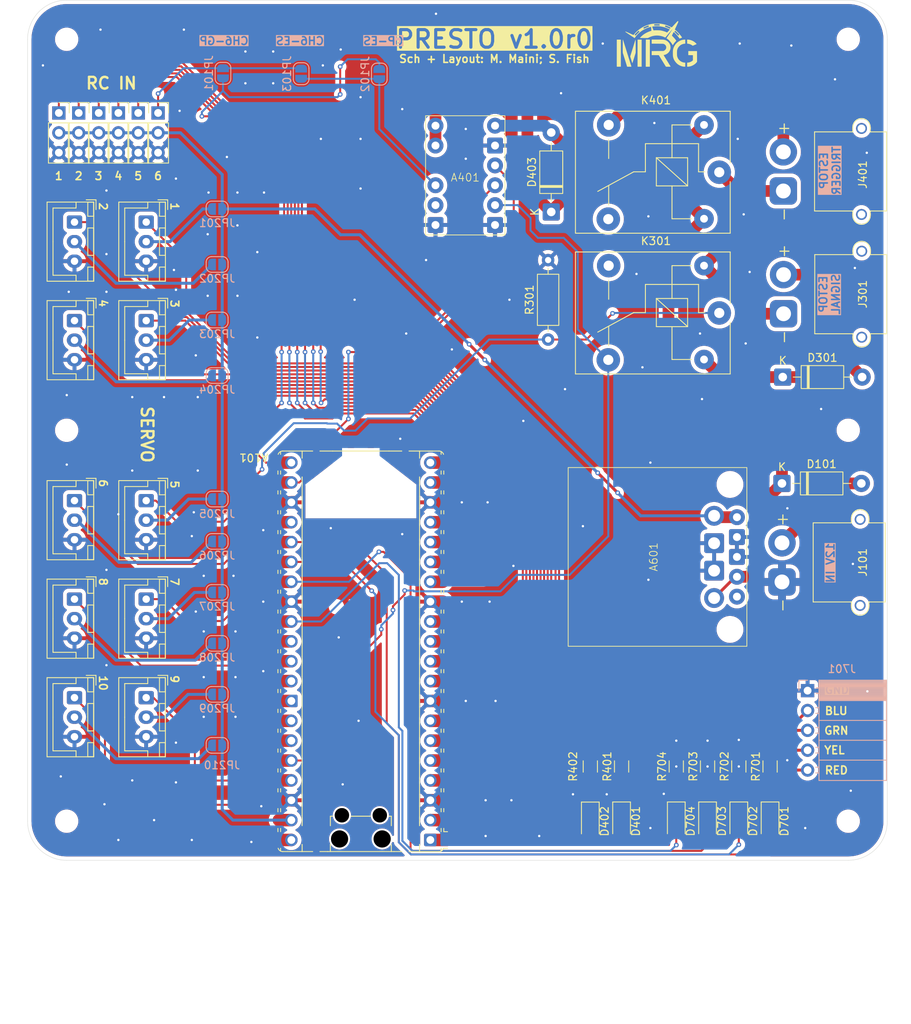
<source format=kicad_pcb>
(kicad_pcb (version 20241229) (generator "pcbnew") (generator_version "9.0")
  (layers (0 "F.Cu" signal) (2 "B.Cu" signal) (13 "F.Paste" user) (15 "B.Paste" user) (5 "F.SilkS" user "F.Silkscreen") (7 "B.SilkS" user "B.Silkscreen") (1 "F.Mask" user) (3 "B.Mask" user) (25 "Edge.Cuts" user))
  (net 0 "")
  (net 1 "/LED Interface/red")
  (net 4 "/LED Interface/blue")
  (net 6 "+3V3")
  (net 7 "/LED Interface/yellow")
  (net 9 "/LED Interface/green")
  (net 11 "/EStop Reading/estop_signal")
  (net 19 "/gpio17")
  (net 20 "/gpio16")
  (net 23 "/Servo Interface/servo1")
  (net 29 "/EStop Trigger/RC_IN")
  (net 30 "GND")
  (net 31 "+12V")
  (net 32 "/Servo Interface/servo2")
  (net 33 "/EStop Trigger/LOAD_LO")
  (net 34 "/Servo Interface/servo3")
  (net 35 "Net-(A401-GOOD)")
  (net 37 "/Servo Interface/servo4")
  (net 38 "/Servo Interface/servo5")
  (net 39 "Net-(D101-A)")
  (net 40 "/Servo Interface/servo6")
  (net 41 "Net-(D301-K)")
  (net 42 "Net-(D301-A)")
  (net 43 "/Servo Interface/servo7")
  (net 44 "Net-(D401-K)")
  (net 45 "/Servo Interface/servo8")
  (net 46 "/Servo Interface/servo9")
  (net 47 "Net-(D402-K)")
  (net 48 "/Servo Interface/servo10")
  (net 49 "Net-(D701-K)")
  (net 50 "+5V")
  (net 51 "/RC Interface/ch1")
  (net 52 "/RC Interface/ch2")
  (net 53 "/RC Interface/ch3")
  (net 54 "/RC Interface/ch4")
  (net 55 "/RC Interface/ch5")
  (net 56 "/RC Interface/ch6")
  (net 57 "Net-(D702-K)")
  (net 58 "Net-(D703-K)")
  (net 59 "Net-(D704-K)")
  (net 60 "Net-(J201-Pin_2)")
  (net 61 "Net-(J202-Pin_2)")
  (net 62 "Net-(J203-Pin_2)")
  (net 63 "Net-(J204-Pin_2)")
  (net 64 "Net-(J205-Pin_2)")
  (net 65 "Net-(J206-Pin_2)")
  (net 66 "Net-(J207-Pin_2)")
  (net 67 "Net-(J208-Pin_2)")
  (net 68 "Net-(J209-Pin_2)")
  (net 69 "Net-(J210-Pin_2)")
  (net 70 "Net-(J401-Pin_2)")
  (net 71 "Net-(J401-Pin_1)")
  (footprint "MountingHole:MountingHole_2.5mm" (layer "F.Cu") (at 180 100)
    (property "Reference" "REF**" (hide yes))
    (property "Value" "MountingHole_2.5mm")
  )
  (footprint "Connector_JST:JST_XH_B3B-XH-A_1x03_P2.50mm_Vertical" (layer "F.Cu") (at 90.177653 73.380161 -90)
    (property "Reference" "J201" (hide yes))
    (property "Value" "Conn_01x03_Pin")
  )
  (footprint "Module:RaspberryPi_Pico_Common_Unspecified" (layer "F.Cu") (at 117.64 128.27 180)
    (property "Reference" "A101")
    (property "Value" "RaspberryPi_Pico")
  )
  (footprint "Connector_PinSocket_2.54mm:PinSocket_1x03_P2.54mm_Vertical" (layer "F.Cu") (at 81.54 59.42)
    (property "Reference" "J502" (hide yes))
    (property "Value" "Conn_01x03_Socket")
  )
  (footprint "LED_SMD:LED_1206_3216Metric_Pad1.42x1.75mm_HandSolder" (layer "F.Cu") (at 147 150.0125 -90)
    (property "Reference" "D402")
    (property "Value" "LED")
  )
  (footprint "LED_SMD:LED_1206_3216Metric_Pad1.42x1.75mm_HandSolder" (layer "F.Cu") (at 162 150 -90)
    (property "Reference" "D703")
    (property "Value" "LED")
  )
  (footprint "Resistor_SMD:R_1206_3216Metric_Pad1.30x1.75mm_HandSolder" (layer "F.Cu") (at 158 143 90)
    (property "Reference" "R704")
    (property "Value" "220")
  )
  (footprint "Diode_THT:D_DO-41_SOD81_P10.16mm_Horizontal" (layer "F.Cu") (at 171.52 106.8)
    (property "Reference" "D101")
    (property "Value" "1N5817")
  )
  (footprint "Connector_PinSocket_2.54mm:PinSocket_1x03_P2.54mm_Vertical" (layer "F.Cu") (at 86.62 59.42)
    (property "Reference" "J504" (hide yes))
    (property "Value" "Conn_01x03_Socket")
  )
  (footprint "Connector_JST:JST_XH_B3B-XH-A_1x03_P2.50mm_Vertical" (layer "F.Cu") (at 90.175 121.6 -90)
    (property "Reference" "J207" (hide yes))
    (property "Value" "Conn_01x03_Pin")
  )
  (footprint "Connector_PinSocket_2.54mm:PinSocket_1x03_P2.54mm_Vertical" (layer "F.Cu") (at 91.7 59.42)
    (property "Reference" "J506" (hide yes))
    (property "Value" "Conn_01x03_Socket")
  )
  (footprint "LED_SMD:LED_1206_3216Metric_Pad1.42x1.75mm_HandSolder" (layer "F.Cu") (at 158 150 -90)
    (property "Reference" "D704")
    (property "Value" "LED")
  )
  (footprint "LED_SMD:LED_1206_3216Metric_Pad1.42x1.75mm_HandSolder" (layer "F.Cu") (at 170 150 -90)
    (property "Reference" "D701")
    (property "Value" "LED")
  )
  (footprint "Connector_JST:JST_XH_B3B-XH-A_1x03_P2.50mm_Vertical" (layer "F.Cu") (at 90.175 109 -90)
    (property "Reference" "J205" (hide yes))
    (property "Value" "Conn_01x03_Pin")
  )
  (footprint "MountingHole:MountingHole_2.5mm" (layer "F.Cu") (at 80 100)
    (property "Reference" "REF**" (hide yes))
    (property "Value" "MountingHole_2.5mm")
  )
  (footprint "Connector_JST:JST_XH_B3B-XH-A_1x03_P2.50mm_Vertical" (layer "F.Cu") (at 81 121.6 -90)
    (property "Reference" "J208" (hide yes))
    (property "Value" "Conn_01x03_Pin")
  )
  (footprint "GTMRG_Footprints:Pololu_S13V30F5" (layer "F.Cu") (at 155.6 116.2 90)
    (property "Reference" "A601")
    (property "Value" "Pololu 5V 3A Regulator S13V30F5")
  )
  (footprint "MountingHole:MountingHole_2.5mm" (layer "F.Cu") (at 80 150)
    (property "Reference" "REF**" (hide yes))
    (property "Value" "MountingHole_2.5mm")
  )
  (footprint "MountingHole:MountingHole_2.5mm" (layer "F.Cu") (at 180 50)
    (property "Reference" "REF**" (hide yes))
    (property "Value" "MountingHole_2.5mm")
  )
  (footprint "Connector_AMASS:AMASS_XT30PW-M_1x02_P2.50mm_Horizontal" (layer "F.Cu") (at 171.7 69.4 -90)
    (property "Reference" "J401")
    (property "Value" "ESTOP SW")
  )
  (footprint "Resistor_SMD:R_1206_3216Metric_Pad1.30x1.75mm_HandSolder" (layer "F.Cu") (at 170 143 90)
    (property "Reference" "R701")
    (property "Value" "220")
  )
  (footprint "" (layer "F.Cu") (at 180 50)
    (property "Reference" "")
    (property "Value" "")
  )
  (footprint "Connector_PinSocket_2.54mm:PinSocket_1x03_P2.54mm_Vertical" (layer "F.Cu") (at 84.105 59.42)
    (property "Reference" "J503" (hide yes))
    (property "Value" "Conn_01x03_Socket")
  )
  (footprint "Resistor_SMD:R_1206_3216Metric_Pad1.30x1.75mm_HandSolder" (layer "F.Cu") (at 151 143 90)
    (property "Reference" "R401")
    (property "Value" "220")
  )
  (footprint "Connector_AMASS:AMASS_XT30PW-M_1x02_P2.50mm_Horizontal" (layer "F.Cu") (at 171.525 119.4 -90)
    (property "Reference" "J101")
    (property "Value" "12V IN")
  )
  (footprint "Relay_THT:Relay_SPDT_SANYOU_SRD_Series_Form_C" (layer "F.Cu") (at 163.5 85 180)
    (property "Reference" "K301")
    (property "Value" "12V SRD Form C")
  )
  (footprint "Diode_THT:D_DO-41_SOD81_P10.16mm_Horizontal" (layer "F.Cu") (at 142 72.08 90)
    (property "Reference" "D403")
    (property "Value" "1N4001")
  )
  (footprint "Resistor_SMD:R_1206_3216Metric_Pad1.30x1.75mm_HandSolder" (layer "F.Cu") (at 166 143 90)
    (property "Reference" "R702")
    (property "Value" "220")
  )
  (footprint "Connector_JST:JST_XH_B3B-XH-A_1x03_P2.50mm_Vertical" (layer "F.Cu") (at 81 134.2 -90)
    (property "Reference" "J210" (hide yes))
    (property "Value" "Conn_01x03_Pin")
  )
  (footprint "Connector_AMASS:AMASS_XT30PW-M_1x02_P2.50mm_Horizontal" (layer "F.Cu") (at 171.725 85.1 -90)
    (property "Reference" "J301")
    (property "Value" "ESTOP IN")
  )
  (footprint "Connector_PinSocket_2.54mm:PinSocket_1x03_P2.54mm_Vertical" (layer "F.Cu") (at 89.16 59.42)
    (property "Reference" "J505" (hide yes))
    (property "Value" "Conn_01x03_Socket")
  )
  (footprint "Connector_JST:JST_XH_B3B-XH-A_1x03_P2.50mm_Vertical" (layer "F.Cu") (at 81.002653 73.380161 -90)
    (property "Reference" "J202" (hide yes))
    (property "Value" "Conn_01x03_Pin")
  )
  (footprint "Resistor_SMD:R_1206_3216Metric_Pad1.30x1.75mm_HandSolder" (layer "F.Cu") (at 147 143 90)
    (property "Reference" "R402")
    (property "Value" "220")
  )
  (footprint "Resistor_SMD:R_1206_3216Metric_Pad1.30x1.75mm_HandSolder" (layer "F.Cu") (at 162 143 90)
    (property "Reference" "R703")
    (property "Value" "220")
  )
  (footprint "MountingHole:MountingHole_2.5mm" (layer "F.Cu") (at 80 50)
    (property "Reference" "REF**" (hide yes))
    (property "Value" "MountingHole_2.5mm")
  )
  (footprint "LED_SMD:LED_1206_3216Metric_Pad1.42x1.75mm_HandSolder" (layer "F.Cu") (at 151 150 -90)
    (property "Reference" "D401")
    (property "Value" "LED")
  )
  (footprint "Relay_THT:Relay_SPDT_SANYOU_SRD_Series_Form_C" (layer "F.Cu") (at 163.5 67 180)
    (property "Reference" "K401")
    (property "Value" "12V SRD Form C")
  )
  (footprint "GTMRG_Footprints:Pololu_2802_RCSw" (layer "F.Cu") (at 131 69.94)
    (property "Reference" "A401")
    (property "Value" "Pololu RC Switch")
  )
  (footprint "Connector_JST:JST_XH_B3B-XH-A_1x03_P2.50mm_Vertical" (layer "F.Cu") (at 90.175 134.2 -90)
    (property "Reference" "J209" (hide yes))
    (property "Value" "Conn_01x03_Pin")
  )
  (footprint "MountingHole:MountingHole_2.5mm" (layer "F.Cu") (at 180 150)
    (property "Reference" "REF**" (hide yes))
    (property "Value" "MountingHole_2.5mm")
  )
  (footprint "Diode_THT:D_DO-41_SOD81_P10.16mm_Horizontal" (layer "F.Cu") (at 171.62 93.2)
    (property "Reference" "D301")
    (property "Value" "1N4001")
  )
  (footprint "Connector_PinSocket_2.54mm:PinSocket_1x03_P2.54mm_Vertical" (layer "F.Cu") (at 79 59.42)
    (property "Reference" "J501" (hide yes))
    (property "Value" "Conn_01x03_Socket")
  )
  (footprint "LED_SMD:LED_1206_3216Metric_Pad1.42x1.75mm_HandSolder" (layer "F.Cu") (at 166 150 -90)
    (property "Reference" "D702")
    (property "Value" "LED")
  )
  (footprint "Connector_JST:JST_XH_B3B-XH-A_1x03_P2.50mm_Vertical" (layer "F.Cu") (at 81 109 -90)
    (property "Reference" "J206" (hide yes))
    (property "Value" "Conn_01x03_Pin")
  )
  (footprint "Connector_JST:JST_XH_B3B-XH-A_1x03_P2.50mm_Vertical" (layer "F.Cu") (at 90.177653 85.980161 -90)
    (property "Reference" "J203" (hide yes))
    (property "Value" "Conn_01x03_Pin")
  )
  (footprint "Connector_JST:JST_XH_B3B-XH-A_1x03_P2.50mm_Vertical" (layer "F.Cu") (at 81.002653 85.980161 -90)
    (property "Reference" "J204" (hide yes))
    (property "Value" "Conn_01x03_Pin")
  )
  (footprint "Resistor_THT:R_Axial_DIN0207_L6.3mm_D2.5mm_P10.16mm_Horizontal" (layer "F.Cu") (at 141.6 88.4 90)
    (property "Reference" "R301")
    (property "Value" "10k")
  )
  (footprint "Jumper:SolderJumper-2_P1.3mm_Open_RoundedPad1.0x1.5mm" (layer "B.Cu") (at 99.25 140.3)
    (property "Reference" "JP210")
    (property "Value" "Jumper_2_Small_Open")
  )
  (footprint "Jumper:SolderJumper-2_P1.3mm_Open_RoundedPad1.0x1.5mm" (layer "B.Cu") (at 100 54.35 -90)
    (property "Reference" "JP101")
    (property "Value" "ch6 to gpio16")
  )
  (footprint "Jumper:SolderJumper-2_P1.3mm_Open_RoundedPad1.0x1.5mm" (layer "B.Cu") (at 99.25 133.78)
    (property "Reference" "JP209")
    (property "Value" "Jumper_2_Small_Open")
  )
  (footprint "Jumper:SolderJumper-2_P1.3mm_Open_RoundedPad1.0x1.5mm" (layer "B.Cu") (at 120 54.45 -90)
    (property "Reference" "JP102")
    (property "Value" "gpio16 to estop")
  )
  (footprint "Jumper:SolderJumper-2_P1.3mm_Open_RoundedPad1.0x1.5mm" (layer "B.Cu") (at 99.25 78.8)
    (property "Reference" "JP202")
    (property "Value" "Jumper_2_Small_Open")
  )
  (footprint "Jumper:SolderJumper-2_P1.3mm_Open_RoundedPad1.0x1.5mm" (layer "B.Cu") (at 99.25 93)
    (property "Reference" "JP204")
    (property "Value" "Jumper_2_Small_Open")
  )
  (footprint "Jumper:SolderJumper-2_P1.3mm_Open_RoundedPad1.0x1.5mm" (layer "B.Cu") (at 99.25 71.7)
    (property "Reference" "JP201")
    (property "Value" "Jumper_2_Small_Open")
  )
  (footprint "Jumper:SolderJumper-2_P1.3mm_Open_RoundedPad1.0x1.5mm" (layer "B.Cu") (at 99.25 114.22)
    (property "Reference" "JP206")
    (property "Value" "Jumper_2_Small_Open")
  )
  (footprint "Jumper:SolderJumper-2_P1.3mm_Open_RoundedPad1.0x1.5mm" (layer "B.Cu") (at 99.25 120.74)
    (property "Reference" "JP207")
    (property "Value" "Jumper_2_Small_Open")
  )
  (footprint "Jumper:SolderJumper-2_P1.3mm_Open_RoundedPad1.0x1.5mm" (layer "B.Cu") (at 99.25 127.26)
    (property "Reference" "JP208")
    (property "Value" "Jumper_2_Small_Open")
  )
  (footprint "Jumper:SolderJumper-2_P1.3mm_Open_RoundedPad1.0x1.5mm" (layer "B.Cu") (at 99.25 108.8)
    (property "Reference" "JP205")
    (property "Value" "Jumper_2_Small_Open")
  )
  (footprint "Jumper:SolderJumper-2_P1.3mm_Open_RoundedPad1.0x1.5mm" (layer "B.Cu") (at 110 54.4 -90)
    (property "Reference" "JP103")
    (property "Value" "ch6 to estop")
  )
  (footprint "Jumper:SolderJumper-2_P1.3mm_Open_RoundedPad1.0x1.5mm" (layer "B.Cu") (at 99.25 85.9)
    (property "Reference" "JP203")
    (property "Value" "Jumper_2_Small_Open")
  )
  (footprint "Connector_PinSocket_2.54mm:PinSocket_1x05_P2.54mm_Horizontal" (layer "B.Cu") (at 174.8 133.3 180)
    (property "Reference" "J701")
    (property "Value" "LED Connector")
  )
  (gr_poly (pts (xy 156.153399 50.036943) (xy 156.272744 50.041786) (xy 156.365304 50.049631) (xy 156.439941 50.061007) (xy 156.505521 50.076446) (xy 156.570906 50.096478) (xy 156.623025 50.115247) (xy 156.67376 50.136694) (xy 156.723041 50.160752) (xy 156.770795 50.187356) (xy 156.816953 50.216439) (xy 156.861443 50.247934) (xy 156.904193 50.281777) (xy 156.945134 50.317901) (xy 156.984195 50.35624) (xy 157.021303 50.396728) (xy 157.056388 50.439299) (xy 157.08938 50.483886) (xy 157.120207 50.530424) (xy 157.148798 50.578847) (xy 157.175083 50.629088) (xy 157.198989 50.681081) (xy 157.210838 50.711105) (xy 157.221538 50.743172) (xy 157.23107 50.777017) (xy 157.239417 50.812376) (xy 157.246558 50.848985) (xy 157.252475 50.886578) (xy 157.257149 50.924892) (xy 157.260562 50.963661) (xy 157.262694 51.002622) (xy 157.263526 51.041509) (xy 157.263041 51.080059) (xy 157.261218 51.118007) (xy 157.258039 51.155087) (xy 157.253485 51.191036) (xy 157.247537 51.22559) (xy 157.240177 51.258483) (xy 157.220736 51.32569) (xy 157.196972 51.390707) (xy 157.169017 51.453403) (xy 157.137008 51.513645) (xy 157.101078 51.571303) (xy 157.061362 51.626244) (xy 157.017994 51.678338) (xy 156.971109 51.727453) (xy 156.92084 51.773456) (xy 156.867323 51.816217) (xy 156.810692 51.855603) (xy 156.75108 51.891485) (xy 156.688623 51.923728) (xy 156.623455 51.952203) (xy 156.55571 51.976778) (xy 156.485523 51.99732) (xy 156.378594 52.025015) (xy 156.489606 52.206175) (xy 156.63222 52.439237) (xy 156.670454 52.501408) (xy 156.718 52.578) (xy 156.789594 52.693871) (xy 156.885645 52.850481) (xy 157.007195 53.048277) (xy 157.140093 53.263169) (xy 157.194405 53.352104) (xy 157.238063 53.426395) (xy 157.254509 53.455621) (xy 157.266623 53.478273) (xy 157.27385 53.493379) (xy 157.275458 53.497799) (xy 157.275635 53.499969) (xy 157.274969 53.500468) (xy 157.273545 53.50096) (xy 157.268499 53.501924) (xy 157.260653 53.502854) (xy 157.25016 53.503747) (xy 157.221855 53.5054) (xy 157.18482 53.506841) (xy 157.140293 53.508032) (xy 157.089509 53.508932) (xy 157.033705 53.509501) (xy 156.974118 53.5097) (xy 156.83379 53.508872) (xy 156.781613 53.507767) (xy 156.740252 53.50614) (xy 156.708825 53.503944) (xy 156.686451 53.501134) (xy 156.678382 53.499483) (xy 156.672247 53.497661) (xy 156.667933 53.495662) (xy 156.665332 53.49348) (xy 156.665332 53.493482) (xy 156.660985 53.487311) (xy 156.653462 53.475922) (xy 156.630539 53.440101) (xy 156.599862 53.391233) (xy 156.564733 53.334535) (xy 156.428168 53.113955) (xy 156.32614 52.948439) (xy 156.149191 52.659819) (xy 155.870534 52.205682) (xy 155.827939 52.136455) (xy 155.79343 52.079338) (xy 155.764677 52.030845) (xy 155.308254 52.027437) (xy 154.85183 52.024029) (xy 154.85183 51.764523) (xy 154.85183 51.505016) (xy 155.604399 51.498528) (xy 156.356967 51.492041) (xy 156.431772 51.456444) (xy 156.45223 51.4462) (xy 156.471998 51.435276) (xy 156.491066 51.423696) (xy 156.509422 51.411481) (xy 156.527058 51.398652) (xy 156.543962 51.385233) (xy 156.560125 51.371244) (xy 156.575535 51.356708) (xy 156.590183 51.341647) (xy 156.604058 51.326083) (xy 156.617151 51.310037) (xy 156.62945 51.293532) (xy 156.640945 51.27659) (xy 156.651626 51.259232) (xy 156.661483 51.241481) (xy 156.670506 51.223358) (xy 156.678683 51.204885) (xy 156.686006 51.186085) (xy 156.692462 51.166979) (xy 156.698043 51.14759) (xy 156.702738 51.127938) (xy 156.706536 51.108047) (xy 156.709427 51.087938) (xy 156.711401 51.067633) (xy 156.712448 51.047154) (xy 156.712557 51.026523) (xy 156.711717 51.005762) (xy 156.70992 50.984893) (xy 156.707153 50.963938) (xy 156.703408 50.942918) (xy 156.698673 50.921856) (xy 156.692938 50.900774) (xy 156.684749 50.875899) (xy 156.675115 50.851701) (xy 156.664063 50.828208) (xy 156.651622 50.805451) (xy 156.637821 50.783458) (xy 156.622687 50.76226) (xy 156.606248 50.741885) (xy 156.588533 50.722362) (xy 156.56957 50.703722) (xy 156.549388 50.685993) (xy 156.528014 50.669206) (xy 156.505476 50.653388) (xy 156.481804 50.63857) (xy 156.457025 50.624782) (xy 156.431168 50.612051) (xy 156.40426 50.600409) (xy 156.391223 50.595239) (xy 156.378552 50.590698) (xy 156.371992 50.588646) (xy 156.365088 50.586733) (xy 156.357698 50.584951) (xy 156.349675 50.583294) (xy 156.340876 50.581755) (xy 156.331155 50.580329) (xy 156.320369 50.579008) (xy 156.308372 50.577787) (xy 156.295019 50.576658) (xy 156.280167 50.575616) (xy 156.26367 50.574654) (xy 156.245383 50.573765) (xy 156.202864 50.572182) (xy 156.151452 50.570817) (xy 156.08999 50.569617) (xy 156.01732 50.568532) (xy 155.932286 50.567509) (xy 155.83373 50.566498) (xy 155.591423 50.564305) (xy 154.85183 50.557815) (xy 154.85183 50.298309) (xy 154.85183 50.038803) (xy 155.54601 50.035111) (xy 155.998404 50.03457)) (fill yes) (layer "F.SilkS"))
  (gr_poly (pts (xy 160.65515 52.195085) (xy 160.658504 52.885151) (xy 160.581462 52.973605) (xy 160.550469 53.008817) (xy 160.523271 53.038709) (xy 160.510609 53.052115) (xy 160.498313 53.064737) (xy 160.486188 53.076758) (xy 160.47404 53.08836) (xy 160.461674 53.099724) (xy 160.448896 53.111032) (xy 160.435512 53.122467) (xy 160.421328 53.134212) (xy 160.389779 53.159355) (xy 160.352696 53.187919) (xy 160.32623 53.20792) (xy 160.303124 53.224831) (xy 160.292153 53.232552) (xy 160.281206 53.240011) (xy 160.270012 53.247376) (xy 160.258299 53.254818) (xy 160.245796 53.262506) (xy 160.232231 53.270611) (xy 160.200827 53.288748) (xy 160.161912 53.310588) (xy 160.113313 53.337489) (xy 160.096108 53.346701) (xy 160.077941 53.35589) (xy 160.038965 53.374109) (xy 159.996863 53.391968) (xy 159.95211 53.409291) (xy 159.905186 53.425902) (xy 159.856567 53.441624) (xy 159.806732 53.456279) (xy 159.756157 53.469691) (xy 159.733749 53.47489) (xy 159.709044 53.479878) (xy 159.654707 53.489043) (xy 159.597065 53.496828) (xy 159.540035 53.502877) (xy 159.487538 53.50683) (xy 159.443491 53.50833) (xy 159.425862 53.508049) (xy 159.411815 53.50702) (xy 159.40184 53.505199) (xy 159.398533 53.503977) (xy 159.396428 53.50254) (xy 159.396436 53.502538) (xy 159.395937 53.501692) (xy 159.395444 53.500211) (xy 159.394481 53.49541) (xy 159.39355 53.488268) (xy 159.392657 53.478918) (xy 159.391004 53.454126) (xy 159.389563 53.422099) (xy 159.388372 53.383902) (xy 159.387472 53.340599) (xy 159.386902 53.293255) (xy 159.386704 53.242935) (xy 159.386663 53.151024) (xy 159.38748 53.083186) (xy 159.388653 53.057157) (xy 159.390569 53.03578) (xy 159.393406 53.0186) (xy 159.397341 53.005162) (xy 159.399774 52.999704) (xy 159.402548 52.99501) (xy 159.405685 52.991025) (xy 159.409207 52.98769) (xy 159.413135 52.984949) (xy 159.417491 52.982745) (xy 159.427579 52.97972) (xy 159.439647 52.97816) (xy 159.45387 52.977609) (xy 159.489492 52.977715) (xy 159.520298 52.976431) (xy 159.55357 52.972683) (xy 159.588916 52.966628) (xy 159.625942 52.958424) (xy 159.664256 52.948229) (xy 159.703466 52.9362) (xy 159.743177 52.922494) (xy 159.782997 52.90727) (xy 159.822534 52.890684) (xy 159.861394 52.872894) (xy 159.899185 52.854057) (xy 159.935513 52.834332) (xy 159.969986 52.813875) (xy 160.002211 52.792843) (xy 160.031795 52.771396) (xy 160.058346 52.749689) (xy 160.126297 52.690246) (xy 160.126297 52.360625) (xy 160.126297 52.031004) (xy 159.831108 52.027518) (xy 159.535919 52.024032) (xy 159.535919 51.764526) (xy 159.535919 51.50502) (xy 160.093858 51.50502) (xy 160.651797 51.50502)) (fill yes) (layer "F.SilkS"))
  (gr_poly (pts (xy 154.315335 50.034781) (xy 154.366193 50.035271) (xy 154.618275 50.038803) (xy 154.618275 51.771008) (xy 154.618275 53.503213) (xy 154.355524 53.506724) (xy 154.253499 53.507555) (xy 154.169943 53.507222) (xy 154.113477 53.505828) (xy 154.098098 53.504766) (xy 154.094094 53.50415) (xy 154.092726 53.503478) (xy 154.093282 51.501416) (xy 154.103346 50.042504) (xy 154.104228 50.041957) (xy 154.105751 50.041426) (xy 154.110654 50.040413) (xy 154.117921 50.039471) (xy 154.127417 50.038603) (xy 154.152558 50.037101) (xy 154.184998 50.035939) (xy 154.22366 50.035145) (xy 154.267465 50.034749)) (fill yes) (layer "F.SilkS"))
  (gr_poly (pts (xy 158.212736 47.672044) (xy 158.215359 47.672257) (xy 158.217923 47.672644) (xy 158.220432 47.673206) (xy 158.22289 47.673943) (xy 158.225299 47.674855) (xy 158.227663 47.675941) (xy 158.229985 47.6772) (xy 158.23227 47.678633) (xy 158.234519 47.68024) (xy 158.236738 47.682019) (xy 158.238928 47.683972) (xy 158.241095 47.686096) (xy 158.245368 47.690862) (xy 158.248689 47.695157) (xy 158.251627 47.699644) (xy 158.254158 47.704393) (xy 158.256256 47.709474) (xy 158.257897 47.714957) (xy 158.259054 47.720912) (xy 158.259704 47.727408) (xy 158.259821 47.734517) (xy 158.259381 47.742306) (xy 158.258357 47.750848) (xy 158.256725 47.76021) (xy 158.25446 47.770464) (xy 158.251537 47.781679) (xy 158.247931 47.793925) (xy 158.243616 47.807271) (xy 158.238568 47.821789) (xy 158.232762 47.837547) (xy 158.226172 47.854616) (xy 158.218774 47.873065) (xy 158.210542 47.892965) (xy 158.191477 47.937395) (xy 158.168778 47.988465) (xy 158.142243 48.046735) (xy 158.111672 48.112764) (xy 158.076865 48.18711) (xy 158.037622 48.270333) (xy 157.8818 48.602825) (xy 157.834561 48.705865) (xy 157.817406 48.745959) (xy 157.817598 48.746511) (xy 157.81809 48.747308) (xy 157.819945 48.74961) (xy 157.82291 48.75281) (xy 157.826926 48.756856) (xy 157.831931 48.761691) (xy 157.837866 48.767263) (xy 157.852284 48.780398) (xy 157.869699 48.795829) (xy 157.889628 48.813122) (xy 157.91159 48.831844) (xy 157.935103 48.851561) (xy 157.980008 48.889935) (xy 158.026571 48.931666) (xy 158.074464 48.97639) (xy 158.123362 49.023746) (xy 158.222859 49.1249) (xy 158.322444 49.232228) (xy 158.419501 49.342829) (xy 158.511411 49.453803) (xy 158.554618 49.508523) (xy 158.595557 49.562248) (xy 158.633901 49.614617) (xy 158.669323 49.665265) (xy 158.683353 49.686099) (xy 158.695512 49.704779) (xy 158.7058 49.721443) (xy 158.714219 49.736227) (xy 158.720766 49.74927) (xy 158.723339 49.755181) (xy 158.725444 49.760708) (xy 158.727082 49.765868) (xy 158.728251 49.770678) (xy 158.728954 49.775156) (xy 158.729189 49.779318) (xy 158.728956 49.783182) (xy 158.728256 49.786765) (xy 158.727088 49.790084) (xy 158.725452 49.793156) (xy 158.72335 49.795998) (xy 158.720779 49.798628) (xy 158.717741 49.801063) (xy 158.714236 49.80332) (xy 158.710263 49.805415) (xy 158.705822 49.807367) (xy 158.695539 49.810907) (xy 158.683386 49.814078) (xy 158.669362 49.817016) (xy 158.664575 49.818066) (xy 158.658866 49.819551) (xy 158.644978 49.823713) (xy 158.628295 49.829282) (xy 158.609415 49.836038) (xy 158.588934 49.843763) (xy 158.567449 49.852235) (xy 158.545556 49.861236) (xy 158.523853 49.870546) (xy 158.489552 49.885519) (xy 158.463538 49.896415) (xy 158.453187 49.900393) (xy 158.444366 49.903423) (xy 158.436895 49.90553) (xy 158.430592 49.906736) (xy 158.425278 49.907067) (xy 158.422936 49.906911) (xy 158.420772 49.906545) (xy 158.418766 49.905972) (xy 158.416893 49.905195) (xy 158.415132 49.904217) (xy 158.413461 49.90304) (xy 158.410295 49.900105) (xy 158.407214 49.896414) (xy 158.400587 49.886856) (xy 158.376304 49.851799) (xy 158.343919 49.807115) (xy 158.305566 49.755589) (xy 158.263377 49.700005) (xy 158.219483 49.64315) (xy 158.176018 49.587808) (xy 158.135115 49.536765) (xy 158.098905 49.492806) (xy 158.072328 49.462065) (xy 158.042629 49.429319) (xy 157.976413 49.360141) (xy 157.905345 49.289934) (xy 157.834515 49.223358) (xy 157.769013 49.165076) (xy 157.73985 49.140502) (xy 157.713929 49.119749) (xy 157.691883 49.1034) (xy 157.674351 49.092037) (xy 157.661969 49.086244) (xy 157.657907 49.085618) (xy 157.655371 49.086603) (xy 157.652264 49.092075) (xy 157.645228 49.105816) (xy 157.621166 49.154431) (xy 157.586785 49.225103) (xy 157.545684 49.310484) (xy 157.440809 49.529364) (xy 157.616749 49.711978) (xy 157.653888 49.75106) (xy 157.692007 49.792156) (xy 157.730025 49.834037) (xy 157.766858 49.87547) (xy 157.801425 49.915225) (xy 157.832641 49.952071) (xy 157.859426 49.984777) (xy 157.880696 50.012111) (xy 157.926795 50.072989) (xy 157.944916 50.097122) (xy 157.959788 50.1178) (xy 157.971438 50.135582) (xy 157.976062 50.143563) (xy 157.979892 50.15103) (xy 157.98293 50.158053) (xy 157.985179 50.164704) (xy 157.986643 50.171051) (xy 157.987325 50.177165) (xy 157.987229 50.183115) (xy 157.986358 50.188973) (xy 157.984716 50.194808) (xy 157.982305 50.20069) (xy 157.97913 50.206689) (xy 157.975194 50.212875) (xy 157.9705 50.219319) (xy 157.965051 50.226091) (xy 157.951904 50.240897) (xy 157.93578 50.257854) (xy 157.89471 50.300466) (xy 157.851887 50.346785) (xy 157.810979 50.393273) (xy 157.771955 50.439967) (xy 157.734787 50.486904) (xy 157.699446 50.534122) (xy 157.665903 50.581659) (xy 157.634129 50.629551) (xy 157.604096 50.677837) (xy 157.594195 50.694128) (xy 157.58476 50.709325) (xy 157.576013 50.723097) (xy 157.568174 50.735111) (xy 157.561464 50.745034) (xy 157.556103 50.752534) (xy 157.552312 50.757278) (xy 157.551075 50.758512) (xy 157.550312 50.758933) (xy 157.550011 50.758852) (xy 157.549624 50.758613) (xy 157.549154 50.758219) (xy 157.548603 50.757675) (xy 157.54727 50.75615) (xy 157.545646 50.75407) (xy 157.54375 50.751466) (xy 157.541603 50.74837) (xy 157.539224 50.744813) (xy 157.536635 50.740828) (xy 157.530907 50.731697) (xy 157.524579 50.721231) (xy 157.517813 50.709681) (xy 157.510773 50.6973) (xy 157.510765 50.6973) (xy 157.477807 50.640486) (xy 157.442849 50.584036) (xy 157.406042 50.528121) (xy 157.367534 50.472908) (xy 157.327476 50.418567) (xy 157.286017 50.365265) (xy 157.243307 50.313173) (xy 157.199496 50.262459) (xy 157.154733 50.213291) (xy 157.109169 50.165839) (xy 157.062952 50.12027) (xy 157.016232 50.076756) (xy 156.96916 50.035463) (xy 156.921884 49.99656) (xy 156.874555 49.960217) (xy 156.827323 49.926603) (xy 156.812336 49.916017) (xy 156.798354 49.905466) (xy 156.785684 49.895229) (xy 156.779936 49.890316) (xy 156.774631 49.885586) (xy 156.769807 49.881074) (xy 156.765501 49.876815) (xy 156.761754 49.872844) (xy 156.758602 49.869196) (xy 156.756083 49.865906) (xy 156.754237 49.863008) (xy 156.753102 49.860538) (xy 156.752812 49.859474) (xy 156.752715 49.85853) (xy 156.752771 49.857579) (xy 156.752939 49.856491) (xy 156.753599 49.853929) (xy 156.754672 49.850882) (xy 156.756134 49.847387) (xy 156.757966 49.843483) (xy 156.760143 49.839208) (xy 156.762644 49.8346) (xy 156.765446 49.829697) (xy 156.768528 49.824537) (xy 156.771867 49.819157) (xy 156.775441 49.813596) (xy 156.779227 49.807892) (xy 156.783204 49.802083) (xy 156.787349 49.796207) (xy 156.791641 49.790302) (xy 156.796056 49.784406) (xy 156.937813 49.578314) (xy 157.183146 49.211538) (xy 157.307961 49.022412) (xy 157.755106 49.022412) (xy 158.003234 49.273062) (xy 158.100138 49.370485) (xy 158.18056 49.45046) (xy 158.236126 49.504718) (xy 158.251971 49.519621) (xy 158.258461 49.524995) (xy 158.258889 49.524994) (xy 158.25944 49.524863) (xy 158.26011 49.524604) (xy 158.260895 49.524221) (xy 158.262795 49.523093) (xy 158.265112 49.521505) (xy 158.267817 49.519481) (xy 158.270882 49.517048) (xy 158.274276 49.514231) (xy 158.277972 49.511054) (xy 158.28194 49.507543) (xy 158.286152 49.503723) (xy 158.290578 49.49962) (xy 158.295189 49.495259) (xy 158.299958 49.490664) (xy 158.304853 49.485862) (xy 158.309848 49.480878) (xy 158.314912 49.475736) (xy 158.32138 49.469003) (xy 158.327275 49.462631) (xy 158.332608 49.456599) (xy 158.337392 49.450886) (xy 158.341637 49.445471) (xy 158.345354 49.440331) (xy 158.348557 49.435446) (xy 158.351256 49.430795) (xy 158.353462 49.426355) (xy 158.355187 49.422107) (xy 158.356443 49.418027) (xy 158.357241 49.414095) (xy 158.357593 49.41029) (xy 158.35751 49.406591) (xy 158.357004 49.402975) (xy 158.356085 49.399422) (xy 158.350071 49.390065) (xy 158.335986 49.372924) (xy 158.287928 49.319695) (xy 158.220564 49.248543) (xy 158.14255 49.168275) (xy 158.062537 49.087699) (xy 157.98918 49.015623) (xy 157.931133 48.960854) (xy 157.910554 48.942713) (xy 157.897048 48.932201) (xy 157.891972 48.928929) (xy 157.88736 48.92618) (xy 157.885194 48.925016) (xy 157.883104 48.923999) (xy 157.881075 48.923135) (xy 157.879095 48.92243) (xy 157.877151 48.921889) (xy 157.875227 48.921518) (xy 157.873312 48.921322) (xy 157.871392 48.921306) (xy 157.869453 48.921477) (xy 157.867481 48.92184) (xy 157.865464 48.922399) (xy 157.863387 48.923162) (xy 157.861238 48.924133) (xy 157.859002 48.925317) (xy 157.856667 48.926721) (xy 157.854219 48.92835) (xy 157.851644 48.930209) (xy 157.848929 48.932304) (xy 157.84606 48.934641) (xy 157.843025 48.937225) (xy 157.836398 48.943155) (xy 157.828942 48.950139) (xy 157.820549 48.958222) (xy 157.81111 48.967448) (xy 157.755106 49.022412) (xy 157.307961 49.022412) (xy 157.414796 48.860532) (xy 157.488846 48.746086) (xy 157.515504 48.701753) (xy 157.480716 48.739345) (xy 157.391046 48.842216) (xy 157.115 49.164127) (xy 156.823237 49.508138) (xy 156.651628 49.714904) (xy 156.646949 49.720802) (xy 156.64224 49.726536) (xy 156.637532 49.732074) (xy 156.632855 49.737387) (xy 156.628242 49.742446) (xy 156.623722 49.747221) (xy 156.619329 49.751681) (xy 156.615092 49.755799) (xy 156.611043 49.759543) (xy 156.607214 49.762884) (xy 156.603636 49.765793) (xy 156.60034 49.768239) (xy 156.597357 49.770194) (xy 156.594719 49.771626) (xy 156.592457 49.772508) (xy 156.591476 49.772732) (xy 156.590602 49.772808) (xy 156.588416 49.772547) (xy 156.585183 49.771782) (xy 156.580968 49.770538) (xy 156.575833 49.768841) (xy 156.563064 49.764192) (xy 156.547386 49.758041) (xy 156.529311 49.750593) (xy 156.509352 49.742056) (xy 156.488021 49.732634) (xy 156.465828 49.722536) (xy 156.403217 49.695048) (xy 156.338418 49.669348) (xy 156.271716 49.645487) (xy 156.203392 49.623516) (xy 156.133731 49.603484) (xy 156.063016 49.585443) (xy 155.991531 49.569443) (xy 155.919558 49.555534) (xy 155.847382 49.543766) (xy 155.775285 49.534191) (xy 155.703551 49.526858) (xy 155.632463 49.521819) (xy 155.562306 49.519123) (xy 155.493362 49.518822) (xy 155.425914 49.520965) (xy 155.360246 49.525603) (xy 155.245856 49.53802) (xy 155.191433 49.545525) (xy 155.138539 49.553984) (xy 155.086932 49.563464) (xy 155.036371 49.574031) (xy 154.986615 49.585751) (xy 154.937425 49.598693) (xy 154.888559 49.612921) (xy 154.839777 49.628503) (xy 154.790838 49.645506) (xy 154.741501 49.663996) (xy 154.691526 49.68404) (xy 154.640672 49.705705) (xy 154.535363 49.754163) (xy 154.361624 49.837685) (xy 153.858169 49.837685) (xy 153.662144 49.836808) (xy 153.500585 49.83442) (xy 153.390237 49.830887) (xy 153.3595 49.828805) (xy 153.347845 49.826573) (xy 153.347806 49.82401) (xy 153.349707 49.819765) (xy 153.358915 49.806624) (xy 153.374639 49.787941) (xy 153.396048 49.764508) (xy 153.452604 49.706555) (xy 153.521944 49.639098) (xy 153.597427 49.568465) (xy 153.672414 49.50099) (xy 153.707647 49.470414) (xy 153.740266 49.443002) (xy 153.769441 49.419545) (xy 153.794342 49.400833) (xy 153.841927 49.367516) (xy 153.890422 49.334936) (xy 153.939765 49.303123) (xy 153.989895 49.27211) (xy 154.092275 49.212606) (xy 154.197073 49.156672) (xy 154.303802 49.104558) (xy 154.411974 49.056512) (xy 154.466448 49.034093) (xy 154.521101 49.012784) (xy 154.57587 48.992617) (xy 154.630695 48.973623) (xy 154.820474 48.90995) (xy 154.813891 48.864536) (xy 154.812264 48.851441) (xy 154.810159 48.831545) (xy 154.804864 48.77529) (xy 154.798711 48.703647) (xy 154.792405 48.624492) (xy 154.78593 48.548167) (xy 154.779316 48.484226) (xy 154.776199 48.458994) (xy 154.773339 48.439371) (xy 154.770831 48.426194) (xy 154.76974 48.422284) (xy 154.768774 48.420301) (xy 154.766876 48.419257) (xy 154.763584 48.418701) (xy 154.753054 48.41899) (xy 154.737658 48.421036) (xy 154.717869 48.424707) (xy 154.694161 48.429872) (xy 154.667007 48.4364) (xy 154.604256 48.453015) (xy 154.533405 48.473502) (xy 154.458242 48.496807) (xy 154.382556 48.521879) (xy 154.310136 48.547666) (xy 154.233319 48.57816) (xy 154.147807 48.615577) (xy 154.056753 48.658309) (xy 153.963308 48.704746) (xy 153.870626 48.753281) (xy 153.781859 48.802304) (xy 153.70016 48.850207) (xy 153.628681 48.895382) (xy 153.562282 48.940635) (xy 153.496153 48.988189) (xy 153.430535 49.037806) (xy 153.365672 49.089251) (xy 153.301808 49.142286) (xy 153.239186 49.196676) (xy 153.17805 49.252184) (xy 153.118643 49.308574) (xy 153.061209 49.365609) (xy 153.005991 49.423053) (xy 152.953232 49.480671) (xy 152.903177 49.538225) (xy 152.856068 49.595478) (xy 152.812149 49.652196) (xy 152.771663 49.708141) (xy 152.734854 49.763077) (xy 152.723425 49.780671) (xy 152.712498 49.797084) (xy 152.702333 49.811958) (xy 152.693188 49.824933) (xy 152.685319 49.83565) (xy 152.678986 49.84375) (xy 152.674446 49.848873) (xy 152.672929 49.850206) (xy 152.671957 49.850661) (xy 152.658284 49.842436) (xy 152.621687 49.818864) (xy 152.489748 49.73229) (xy 152.296186 49.604161) (xy 152.061047 49.447699) (xy 151.754035 49.241829) (xy 151.64927 49.170296) (xy 151.572316 49.116341) (xy 151.51966 49.077451) (xy 151.487791 49.051108) (xy 151.478554 49.041856) (xy 151.473196 49.034797) (xy 151.471279 49.029617) (xy 151.472363 49.026001) (xy 151.477566 49.01976) (xy 151.480104 49.017026) (xy 151.48141 49.015776) (xy 151.482761 49.014611) (xy 151.484172 49.013537) (xy 151.485658 49.01256) (xy 151.487235 49.011685) (xy 151.488918 49.010919) (xy 151.490721 49.010267) (xy 151.492661 49.009735) (xy 151.494752 49.009329) (xy 151.497009 49.009053) (xy 151.499447 49.008915) (xy 151.502083 49.00892) (xy 151.50493 49.009073) (xy 151.508004 49.00938) (xy 151.51132 49.009847) (xy 151.514894 49.01048) (xy 151.518741 49.011285) (xy 151.522875 49.012266) (xy 151.527312 49.013431) (xy 151.532067 49.014784) (xy 151.537155 49.016331) (xy 151.542592 49.018079) (xy 151.554571 49.022197) (xy 151.568126 49.027185) (xy 151.583378 49.033088) (xy 151.600449 49.039953) (xy 151.619459 49.047824) (xy 151.64053 49.056748) (xy 151.663784 49.066771) (xy 151.689342 49.077938) (xy 151.717325 49.090296) (xy 151.747855 49.10389) (xy 151.817039 49.134971) (xy 151.897866 49.171549) (xy 152.098333 49.26266) (xy 152.259321 49.335168) (xy 152.392733 49.393922) (xy 152.484692 49.432903) (xy 152.510788 49.443097) (xy 152.521317 49.446092) (xy 152.521983 49.445726) (xy 152.522892 49.445063) (xy 152.525416 49.442874) (xy 152.528832 49.439587) (xy 152.533085 49.435265) (xy 152.543882 49.423759) (xy 152.556605 49.409693) (xy 152.678464 49.409693) (xy 152.67872 49.411189) (xy 152.679466 49.413177) (xy 152.682308 49.418492) (xy 152.686747 49.425353) (xy 152.692539 49.433477) (xy 152.69944 49.442581) (xy 152.707206 49.452381) (xy 152.724356 49.472935) (xy 152.742038 49.492869) (xy 152.750469 49.501896) (xy 152.758302 49.509917) (xy 152.765291 49.516649) (xy 152.771194 49.521809) (xy 152.775766 49.525113) (xy 152.777477 49.52598) (xy 152.778764 49.526277) (xy 152.780737 49.524954) (xy 152.785236 49.521071) (xy 152.801279 49.50615) (xy 152.825826 49.482561) (xy 152.857811 49.45135) (xy 152.93983 49.370245) (xy 153.038801 49.271205) (xy 153.292386 49.016133) (xy 153.238946 48.966285) (xy 153.227961 48.956272) (xy 153.21723 48.94693) (xy 153.207023 48.938465) (xy 153.197607 48.93108) (xy 153.189254 48.924981) (xy 153.18556 48.922477) (xy 153.182232 48.920371) (xy 153.179305 48.918688) (xy 153.176811 48.917455) (xy 153.174785 48.916696) (xy 153.17326 48.916437) (xy 153.168553 48.917747) (xy 153.161546 48.921568) (xy 153.141272 48.936104) (xy 153.113723 48.958766) (xy 153.080185 48.98827) (xy 153.000283 49.062685) (xy 152.91185 49.149097) (xy 152.825168 49.237254) (xy 152.750521 49.316907) (xy 152.720924 49.350341) (xy 152.698192 49.377804) (xy 152.68361 49.398015) (xy 152.679777 49.405001) (xy 152.678464 49.409693) (xy 152.556605 49.409693) (xy 152.557363 49.408855) (xy 152.573087 49.391047) (xy 152.590609 49.370831) (xy 152.609488 49.348703) (xy 152.629281 49.32516) (xy 152.667761 49.280062) (xy 152.708249 49.234545) (xy 152.750586 49.188752) (xy 152.794614 49.142825) (xy 152.840175 49.096907) (xy 152.887111 49.05114) (xy 152.935262 49.005668) (xy 152.984472 48.960633) (xy 153.034581 48.916177) (xy 153.085431 48.872442) (xy 153.136865 48.829573) (xy 153.188724 48.787711) (xy 153.240849 48.746998) (xy 153.293082 48.707578) (xy 153.345266 48.669593) (xy 153.397241 48.633186) (xy 153.511546 48.557229) (xy 153.567818 48.5218) (xy 153.582499 48.512916) (xy 153.794626 48.512916) (xy 153.795236 48.519242) (xy 153.796836 48.527004) (xy 153.799306 48.535948) (xy 153.802526 48.545818) (xy 153.806377 48.556362) (xy 153.81074 48.567323) (xy 153.815494 48.578448) (xy 153.820521 48.589482) (xy 153.825701 48.600172) (xy 153.830914 48.610261) (xy 153.83604 48.619496) (xy 153.84096 48.627623) (xy 153.845555 48.634387) (xy 153.849705 48.639533) (xy 153.851576 48.641421) (xy 153.85329 48.642808) (xy 153.854834 48.643664) (xy 153.856191 48.643956) (xy 153.858205 48.64356) (xy 153.86187 48.642398) (xy 153.873789 48.637934) (xy 153.891215 48.630876) (xy 153.913413 48.621538) (xy 153.939648 48.610232) (xy 153.969187 48.597272) (xy 154.001294 48.58297) (xy 154.035236 48.56764) (xy 154.035236 48.567639) (xy 154.111543 48.533825) (xy 154.195246 48.498172) (xy 154.276203 48.464923) (xy 154.344276 48.438322) (xy 154.399621 48.417227) (xy 154.445924 48.398972) (xy 154.478338 48.385509) (xy 154.478833 48.385284) (xy 154.918933 48.385284) (xy 154.919269 48.389803) (xy 154.920477 48.396493) (xy 154.92252 48.405229) (xy 154.925356 48.415888) (xy 154.928947 48.428346) (xy 154.938228 48.458162) (xy 154.950045 48.493688) (xy 154.964078 48.533932) (xy 154.980006 48.577904) (xy 154.997509 48.624613) (xy 155.085677 48.856112) (xy 155.176359 48.850593) (xy 155.264352 48.846917) (xy 155.372297 48.844966) (xy 155.491895 48.844617) (xy 155.614846 48.845745) (xy 155.732851 48.848226) (xy 155.837611 48.851935) (xy 155.920826 48.856748) (xy 155.974196 48.862541) (xy 156.077135 48.882408) (xy 156.183578 48.906362) (xy 156.290494 48.933504) (xy 156.39485 48.962935) (xy 156.493613 48.993754) (xy 156.583753 49.025064) (xy 156.662236 49.055964) (xy 156.69616 49.070979) (xy 156.726032 49.085554) (xy 156.740914 49.093048) (xy 156.755569 49.100063) (xy 156.769622 49.106445) (xy 156.782697 49.112039) (xy 156.794417 49.116688) (xy 156.804407 49.120238) (xy 156.812291 49.122533) (xy 156.815326 49.123162) (xy 156.817693 49.123419) (xy 156.818899 49.123228) (xy 156.820493 49.122599) (xy 156.824798 49.120071) (xy 156.83052 49.11592) (xy 156.837567 49.110234) (xy 156.84585 49.1031) (xy 156.855279 49.094604) (xy 156.865765 49.084834) (xy 156.877218 49.073876) (xy 156.902663 49.048745) (xy 156.930898 49.019907) (xy 156.961203 48.988056) (xy 156.992859 48.953888) (xy 156.992858 48.953888) (xy 157.024194 48.919257) (xy 157.053579 48.886077) (xy 157.080359 48.855137) (xy 157.10388 48.827226) (xy 157.123488 48.803131) (xy 157.138529 48.783643) (xy 157.14835 48.769549) (xy 157.151099 48.764771) (xy 157.152296 48.761637) (xy 157.151786 48.757375) (xy 157.148974 48.752365) (xy 157.143957 48.746649) (xy 157.136832 48.740271) (xy 157.116644 48.725696) (xy 157.089183 48.708978) (xy 157.055222 48.690454) (xy 157.015534 48.670464) (xy 156.970892 48.649347) (xy 156.922069 48.627441) (xy 156.869838 48.605084) (xy 156.814973 48.582616) (xy 156.758246 48.560375) (xy 156.70043 48.538699) (xy 156.6423 48.517927) (xy 156.584626 48.498398) (xy 156.528184 48.48045) (xy 156.473745 48.464423) (xy 156.35005 48.431406) (xy 156.230713 48.403237) (xy 156.114774 48.379773) (xy 156.093424 48.376218) (xy 156.547498 48.376218) (xy 156.547503 48.377692) (xy 156.547811 48.378501) (xy 156.549165 48.379298) (xy 156.552238 48.380735) (xy 156.563177 48.385389) (xy 156.5799 48.392177) (xy 156.601682 48.400813) (xy 156.657518 48.422488) (xy 156.724874 48.44813) (xy 156.762231 48.462523) (xy 156.80229 48.478485) (xy 156.885518 48.512996) (xy 156.964564 48.547418) (xy 156.999395 48.563268) (xy 157.029434 48.577504) (xy 157.056367 48.590433) (xy 157.082299 48.602539) (xy 157.106603 48.613552) (xy 157.128656 48.623205) (xy 157.147832 48.63123) (xy 157.163505 48.637359) (xy 157.175051 48.641324) (xy 157.179081 48.642411) (xy 157.181844 48.642856) (xy 157.182967 48.642844) (xy 157.184141 48.642693) (xy 157.185363 48.642406) (xy 157.186631 48.641984) (xy 157.187941 48.641432) (xy 157.189292 48.640751) (xy 157.190681 48.639946) (xy 157.192106 48.639017) (xy 157.193564 48.63797) (xy 157.195052 48.636805) (xy 157.196569 48.635527) (xy 157.198111 48.634137) (xy 157.201262 48.631036) (xy 157.204486 48.627525) (xy 157.207763 48.623626) (xy 157.211072 48.619362) (xy 157.214394 48.614757) (xy 157.21771 48.609831) (xy 157.220998 48.604609) (xy 157.224239 48.599113) (xy 157.227414 48.593366) (xy 157.230502 48.58739) (xy 157.236177 48.57571) (xy 157.241471 48.5642) (xy 157.246268 48.553157) (xy 157.250453 48.542876) (xy 157.25391 48.533653) (xy 157.256523 48.525784) (xy 157.257477 48.522449) (xy 157.258176 48.519563) (xy 157.258606 48.517164) (xy 157.258752 48.515288) (xy 157.257309 48.511786) (xy 157.253087 48.507255) (xy 157.236958 48.495389) (xy 157.211669 48.480259) (xy 157.178522 48.462436) (xy 157.093859 48.420982) (xy 156.993388 48.375582) (xy 156.887525 48.330789) (xy 156.786688 48.291157) (xy 156.741409 48.274698) (xy 156.701293 48.261238) (xy 156.667641 48.251344) (xy 156.641757 48.245587) (xy 156.634978 48.244547) (xy 156.628922 48.243803) (xy 156.62614 48.243566) (xy 156.623506 48.243431) (xy 156.62101 48.243407) (xy 156.618642 48.243505) (xy 156.616391 48.243733) (xy 156.614246 48.244101) (xy 156.612197 48.244618) (xy 156.610233 48.245293) (xy 156.608343 48.246136) (xy 156.606516 48.247157) (xy 156.604743 48.248364) (xy 156.603011 48.249767) (xy 156.601311 48.251375) (xy 156.599632 48.253198) (xy 156.597963 48.255245) (xy 156.596294 48.257526) (xy 156.594613 48.260049) (xy 156.592911 48.262825) (xy 156.591176 48.265862) (xy 156.589398 48.26917) (xy 156.585669 48.276637) (xy 156.581639 48.285299) (xy 156.577222 48.295233) (xy 156.572334 48.306513) (xy 156.566594 48.32016) (xy 156.561418 48.33307) (xy 156.556905 48.344947) (xy 156.553156 48.355495) (xy 156.550271 48.36442) (xy 156.548352 48.371426) (xy 156.547786 48.374117) (xy 156.547498 48.376218) (xy 156.093424 48.376218) (xy 156.001275 48.360874) (xy 155.889257 48.346396) (xy 155.77776 48.336197) (xy 155.665827 48.330137) (xy 155.552498 48.328073) (xy 155.461139 48.329474) (xy 155.361092 48.333498) (xy 155.258449 48.339614) (xy 155.159302 48.347294) (xy 155.069742 48.356007) (xy 154.995863 48.365225) (xy 154.943756 48.374419) (xy 154.92777 48.378841) (xy 154.919512 48.383058) (xy 154.919106 48.383876) (xy 154.918933 48.385284) (xy 154.478833 48.385284) (xy 154.487822 48.381185) (xy 154.492015 48.378792) (xy 154.492317 48.378368) (xy 154.492551 48.377772) (xy 154.492717 48.377008) (xy 154.492818 48.376083) (xy 154.492825 48.373763) (xy 154.492582 48.370851) (xy 154.492099 48.367386) (xy 154.491384 48.363406) (xy 154.490448 48.35895) (xy 154.4893 48.354056) (xy 154.487949 48.348762) (xy 154.486404 48.343107) (xy 154.484676 48.337129) (xy 154.482773 48.330867) (xy 154.480705 48.32436) (xy 154.478481 48.317645) (xy 154.476111 48.310762) (xy 154.473605 48.303749) (xy 154.468083 48.288794) (xy 154.46288 48.275839) (xy 154.460282 48.270114) (xy 154.457623 48.264891) (xy 154.454858 48.26017) (xy 154.451939 48.255954) (xy 154.448819 48.252242) (xy 154.445453 48.249035) (xy 154.441792 48.246334) (xy 154.437791 48.24414) (xy 154.433403 48.242452) (xy 154.42858 48.241273) (xy 154.423277 48.240603) (xy 154.417447 48.240442) (xy 154.411042 48.240791) (xy 154.404017 48.241651) (xy 154.396324 48.243023) (xy 154.387916 48.244907) (xy 154.378748 48.247304) (xy 154.368771 48.250215) (xy 154.357941 48.25364) (xy 154.346209 48.25758) (xy 154.319855 48.26701) (xy 154.289335 48.278509) (xy 154.214305 48.307738) (xy 154.123675 48.344041) (xy 154.04203 48.378239) (xy 153.970331 48.409861) (xy 153.909538 48.438439) (xy 153.86061 48.463503) (xy 153.824509 48.484583) (xy 153.811569 48.493483) (xy 153.802195 48.501211) (xy 153.796507 48.507708) (xy 153.794626 48.512916) (xy 153.582499 48.512916) (xy 153.623797 48.487926) (xy 153.6797 48.455501) (xy 153.735746 48.424416) (xy 153.792155 48.394563) (xy 153.849145 48.365836) (xy 153.906936 48.338126) (xy 153.965747 48.311326) (xy 154.025796 48.285328) (xy 154.087302 48.260025) (xy 154.215562 48.21107) (xy 154.352281 48.1636) (xy 154.37424 48.156661) (xy 155.169726 48.156661) (xy 155.169902 48.170448) (xy 155.170408 48.183652) (xy 155.171208 48.195959) (xy 155.172267 48.207056) (xy 155.173548 48.216628) (xy 155.175017 48.224363) (xy 155.175811 48.227444) (xy 155.176638 48.229948) (xy 155.177495 48.231836) (xy 155.178376 48.233069) (xy 155.18103 48.23395) (xy 155.187087 48.234806) (xy 155.208696 48.236427) (xy 155.241764 48.237897) (xy 155.284855 48.239178) (xy 155.336532 48.240236) (xy 155.395358 48.241036) (xy 155.459896 48.241542) (xy 155.52871 48.241719) (xy 155.870393 48.241719) (xy 155.870393 48.165276) (xy 155.870241 48.141346) (xy 155.869989 48.131468) (xy 155.869565 48.122844) (xy 155.868929 48.115374) (xy 155.868039 48.108956) (xy 155.866854 48.103488) (xy 155.865335 48.098869) (xy 155.864436 48.096845) (xy 155.863438 48.094996) (xy 155.862336 48.093307) (xy 155.861125 48.091767) (xy 155.859799 48.090363) (xy 155.858353 48.089082) (xy 155.856783 48.087912) (xy 155.855083 48.086839) (xy 155.851272 48.084935) (xy 155.84688 48.08327) (xy 155.841866 48.08174) (xy 155.83619 48.080246) (xy 155.822394 48.078231) (xy 155.799004 48.076479) (xy 155.728826 48.073766) (xy 155.636416 48.072114) (xy 155.532535 48.071526) (xy 155.427946 48.072009) (xy 155.333409 48.073567) (xy 155.259686 48.076207) (xy 155.217538 48.079934) (xy 155.209122 48.081529) (xy 155.201756 48.083027) (xy 155.195371 48.084539) (xy 155.192524 48.085335) (xy 155.189897 48.086178) (xy 155.187479 48.08708) (xy 155.185262 48.088056) (xy 155.183239 48.08912) (xy 155.181399 48.090286) (xy 155.179734 48.091569) (xy 155.178235 48.092981) (xy 155.176894 48.094537) (xy 155.175702 48.096252) (xy 155.17465 48.098138) (xy 155.17373 48.100211) (xy 155.172931 48.102485) (xy 155.172247 48.104972) (xy 155.171668 48.107689) (xy 155.171185 48.110647) (xy 155.170789 48.113862) (xy 155.170473 48.117348) (xy 155.170041 48.125188) (xy 155.169819 48.134278) (xy 155.169726 48.156661) (xy 154.37424 48.156661) (xy 154.498823 48.117289) (xy 154.568285 48.097341) (xy 154.636011 48.079412) (xy 154.702606 48.063414) (xy 154.768673 48.049258) (xy 154.834814 48.036854) (xy 154.901635 48.026114) (xy 154.969737 48.016949) (xy 155.039724 48.009269) (xy 155.112201 48.002986) (xy 155.18777 47.99801) (xy 155.350597 47.991625) (xy 155.533034 47.989401) (xy 155.6601 47.989663) (xy 155.767211 47.991342) (xy 155.860115 47.994964) (xy 155.944563 48.001052) (xy 156.026302 48.010132) (xy 156.111083 48.022729) (xy 156.204654 48.039366) (xy 156.312763 48.06057) (xy 156.419873 48.084374) (xy 156.529481 48.113008) (xy 156.640887 48.146224) (xy 156.75339 48.183778) (xy 156.86629 48.225423) (xy 156.978886 48.270912) (xy 157.090477 48.32) (xy 157.200364 48.37244) (xy 157.281675 48.412463) (xy 157.3496 48.445218) (xy 157.397033 48.467327) (xy 157.410846 48.473333) (xy 157.416872 48.47541) (xy 157.419561 48.473453) (xy 157.42567 48.467738) (xy 157.447429 48.445804) (xy 157.480703 48.411145) (xy 157.524047 48.365297) (xy 157.635166 48.246181) (xy 157.769223 48.10075) (xy 157.905647 47.953141) (xy 158.023213 47.828101) (xy 158.109373 47.738826) (xy 158.136756 47.711725) (xy 158.151582 47.698515) (xy 158.159992 47.692714) (xy 158.167934 47.687634) (xy 158.175436 47.683271) (xy 158.182525 47.679624) (xy 158.189228 47.67669) (xy 158.195573 47.674468) (xy 158.19862 47.673622) (xy 158.201588 47.672954) (xy 158.20448 47.672462) (xy 158.2073 47.672147) (xy 158.210051 47.672008)) (fill yes) (layer "F.SilkS"))
  (gr_poly (pts (xy 152.78954 50.052667) (xy 152.79031 50.055183) (xy 152.7918 50.06523) (xy 152.794574 50.105207) (xy 152.797067 50.17138) (xy 152.799273 50.263368) (xy 152.801184 50.380789) (xy 152.802792 50.523262) (xy 152.80507 50.881842) (xy 152.806348 51.344213) (xy 152.804337 51.602354) (xy 152.801579 51.677038) (xy 152.797375 51.727306) (xy 152.791516 51.762038) (xy 152.783795 51.790114) (xy 152.673953 52.140166) (xy 152.617513 52.322459) (xy 152.589287 52.414016) (xy 152.548797 52.543039) (xy 152.503701 52.687309) (xy 152.464401 52.815521) (xy 152.449314 52.864225) (xy 152.434239 52.910512) (xy 152.420924 52.949149) (xy 152.415473 52.963965) (xy 152.411117 52.974908) (xy 152.407479 52.983856) (xy 152.404085 52.992955) (xy 152.401009 53.00195) (xy 152.398326 53.01059) (xy 152.39611 53.018622) (xy 152.394435 53.025793) (xy 152.393824 53.028977) (xy 152.393376 53.031851) (xy 152.3931 53.034383) (xy 152.393006 53.036542) (xy 152.392933 53.04075) (xy 152.392717 53.044471) (xy 152.392361 53.047712) (xy 152.391871 53.050478) (xy 152.391251 53.052775) (xy 152.390505 53.054612) (xy 152.389638 53.055993) (xy 152.38916 53.056515) (xy 152.388654 53.056925) (xy 152.388119 53.057225) (xy 152.387557 53.057416) (xy 152.386968 53.057497) (xy 152.386353 53.05747) (xy 152.385712 53.057336) (xy 152.385045 53.057096) (xy 152.383638 53.056298) (xy 152.382136 53.055084) (xy 152.380544 53.05346) (xy 152.378866 53.051433) (xy 152.377107 53.049009) (xy 152.375271 53.046194) (xy 152.373362 53.042995) (xy 152.371386 53.039418) (xy 152.369345 53.03547) (xy 152.367246 53.031158) (xy 152.365091 53.026487) (xy 152.360635 53.016096) (xy 152.356013 53.00435) (xy 152.351261 52.991299) (xy 152.346413 52.976997) (xy 152.341506 52.961493) (xy 152.329514 52.922919) (xy 152.318155 52.887432) (xy 152.308711 52.858971) (xy 152.302463 52.841472) (xy 152.299543 52.833346) (xy 152.295148 52.820134) (xy 152.2828 52.781218) (xy 152.267142 52.730259) (xy 152.249901 52.672793) (xy 152.205335 52.526253) (xy 152.157622 52.374361) (xy 152.138221 52.312228) (xy 152.122324 52.258158) (xy 152.116203 52.23596) (xy 152.111573 52.217955) (xy 152.10864 52.204869) (xy 152.107608 52.197426) (xy 152.107764 52.194768) (xy 152.108231 52.191211) (xy 152.108992 52.186816) (xy 152.110033 52.181643) (xy 152.112889 52.169202) (xy 152.116671 52.154365) (xy 152.121253 52.137612) (xy 152.126509 52.119422) (xy 152.132311 52.100275) (xy 152.138534 52.080648) (xy 152.166785 51.992205) (xy 152.191199 51.913736) (xy 152.22109 51.817598) (xy 152.26251 51.686669) (xy 152.309712 51.536682) (xy 152.353505 51.394723) (xy 152.387946 51.283257) (xy 152.402491 51.237484) (xy 152.412663 51.206581) (xy 152.422832 51.175679) (xy 152.437366 51.129905) (xy 152.454325 51.075434) (xy 152.47177 51.018439) (xy 152.515411 50.876481) (xy 152.56232 50.726494) (xy 152.60749 50.582225) (xy 152.646948 50.454013) (xy 152.699367 50.285565) (xy 152.721884 50.216758) (xy 152.741646 50.15906) (xy 152.758434 50.113095) (xy 152.772028 50.079486) (xy 152.782208 50.058856) (xy 152.785949 50.053603) (xy 152.788754 50.051829)) (fill yes) (layer "F.SilkS"))
  (gr_poly (pts (xy 151.169531 50.052925) (xy 151.170415 50.053059) (xy 151.171333 50.053291) (xy 151.172287 50.053618) (xy 151.173277 50.054039) (xy 151.174307 50.054554) (xy 151.175377 50.055162) (xy 151.176489 50.055862) (xy 151.178849 50.057532) (xy 151.181399 50.059557) (xy 151.18322 50.061142) (xy 151.184991 50.062826) (xy 151.1867 50.064596) (xy 151.188341 50.066435) (xy 151.189903 50.068329) (xy 151.191377 50.070264) (xy 151.192754 50.072224) (xy 151.194026 50.074194) (xy 151.195182 50.07616) (xy 151.196213 50.078107) (xy 151.197111 50.080019) (xy 151.197867 50.081883) (xy 151.19847 50.083683) (xy 151.198912 50.085404) (xy 151.199185 50.087031) (xy 151.199254 50.087805) (xy 151.199277 50.08855) (xy 151.199552 50.09087) (xy 151.200358 50.094846) (xy 151.203454 50.107394) (xy 151.20835 50.125441) (xy 151.214827 50.148237) (xy 151.231659 50.205064) (xy 151.252212 50.27186) (xy 151.341643 50.557791) (xy 151.449955 50.901637) (xy 151.512847 51.102025) (xy 151.563206 51.264946) (xy 151.601438 51.389752) (xy 151.635172 51.498502) (xy 151.732282 51.80991) (xy 151.78228 51.968735) (xy 151.799808 52.022983) (xy 151.808997 52.049953) (xy 151.811363 52.056358) (xy 151.814207 52.064636) (xy 151.81742 52.074443) (xy 151.820896 52.085432) (xy 151.828205 52.109573) (xy 151.831822 52.122033) (xy 151.83527 52.134292) (xy 151.842868 52.161059) (xy 151.851628 52.190776) (xy 151.860467 52.219823) (xy 151.8683 52.244583) (xy 151.990851 52.62985) (xy 152.120248 53.042566) (xy 152.192274 53.275859) (xy 152.235663 53.414625) (xy 152.240578 53.430871) (xy 152.244869 53.446321) (xy 152.248462 53.460617) (xy 152.251285 53.4734) (xy 152.253265 53.48431) (xy 152.25433 53.492987) (xy 152.254496 53.496376) (xy 152.254406 53.499073) (xy 152.254051 53.501032) (xy 152.253421 53.502208) (xy 152.251256 53.502969) (xy 152.246395 53.503709) (xy 152.229159 53.505109) (xy 152.202854 53.506377) (xy 152.16862 53.507483) (xy 152.1276 53.508397) (xy 152.080933 53.509087) (xy 152.029762 53.509524) (xy 151.975226 53.509676) (xy 151.846037 53.508873) (xy 151.798751 53.507789) (xy 151.761815 53.506182) (xy 151.73434 53.503997) (xy 151.715432 53.501183) (xy 151.708913 53.499524) (xy 151.704201 53.497687) (xy 151.701186 53.495667) (xy 151.699756 53.493457) (xy 151.699757 53.493457) (xy 151.690668 53.461038) (xy 151.67548 53.405874) (xy 151.64804 53.311476) (xy 151.604803 53.169683) (xy 151.550797 52.996768) (xy 151.491052 52.809008) (xy 151.44528 52.664699) (xy 151.428943 52.6119) (xy 151.420077 52.58194) (xy 151.412717 52.556588) (xy 151.400481 52.516334) (xy 151.385073 52.466714) (xy 151.368193 52.413262) (xy 151.285558 52.151119) (xy 151.260798 52.069665) (xy 151.243906 52.011026) (xy 151.24007 51.997465) (xy 151.236032 51.983789) (xy 151.227837 51.957585) (xy 151.223921 51.945802) (xy 151.22029 51.935395) (xy 151.217062 51.926737) (xy 151.21436 51.9202) (xy 151.211459 51.913114) (xy 151.20766 51.902884) (xy 151.203126 51.889992) (xy 151.198016 51.874921) (xy 151.192493 51.858154) (xy 151.186717 51.840173) (xy 151.18085 51.821461) (xy 151.175053 51.802501) (xy 151.170297 51.786315) (xy 151.166119 51.77048) (xy 151.162483 51.753787) (xy 151.160856 51.744739) (xy 151.159351 51.735022) (xy 151.157963 51.724484) (xy 151.156687 51.712975) (xy 151.154452 51.686432) (xy 151.152609 51.654184) (xy 151.151122 51.615017) (xy 151.149953 51.56772) (xy 151.149066 51.511081) (xy 151.148421 51.443888) (xy 151.147984 51.364929) (xy 151.147579 51.166869) (xy 151.147553 50.907204) (xy 151.149999 50.331041) (xy 151.152547 50.149034) (xy 151.155626 50.074187) (xy 151.156789 50.070054) (xy 151.157946 50.066388) (xy 151.159111 50.06318) (xy 151.160298 50.060423) (xy 151.160905 50.05921) (xy 151.161522 50.058107) (xy 151.162152 50.057113) (xy 151.162797 50.056227) (xy 151.163457 50.055447) (xy 151.164135 50.054772) (xy 151.164833 50.054202) (xy 151.165553 50.053736) (xy 151.166295 50.053373) (xy 151.167062 50.053111) (xy 151.167856 50.052949) (xy 151.168679 50.052888)) (fill yes) (layer "F.SilkS"))
  (gr_poly (pts (xy 159.14666 50.298309) (xy 159.14666 50.557815) (xy 159.050099 50.567442) (xy 159.023677 50.570402) (xy 158.997377 50.573998) (xy 158.971196 50.578233) (xy 158.945132 50.583107) (xy 158.919184 50.588621) (xy 158.893349 50.594775) (xy 158.867625 50.601569) (xy 158.842011 50.609005) (xy 158.816504 50.617082) (xy 158.791103 50.625802) (xy 158.765804 50.635166) (xy 158.740608 50.645173) (xy 158.71551 50.655825) (xy 158.69051 50.667121) (xy 158.665605 50.679063) (xy 158.640793 50.691652) (xy 158.623822 50.700644) (xy 158.607766 50.70947) (xy 158.592486 50.718238) (xy 158.577841 50.727055) (xy 158.563692 50.736028) (xy 158.549898 50.745264) (xy 158.536321 50.754871) (xy 158.522819 50.764956) (xy 158.509253 50.775626) (xy 158.495484 50.786988) (xy 158.48137 50.79915) (xy 158.466773 50.812219) (xy 158.451553 50.826303) (xy 158.435569 50.841507) (xy 158.40075 50.875711) (xy 158.371338 50.905805) (xy 158.34379 50.935525) (xy 158.318024 50.965019) (xy 158.293955 50.994433) (xy 158.271502 51.023915) (xy 158.25058 51.053611) (xy 158.231107 51.083669) (xy 158.212999 51.114236) (xy 158.196174 51.145458) (xy 158.180548 51.177483) (xy 158.166038 51.210457) (xy 158.152562 51.244529) (xy 158.140035 51.279844) (xy 158.128375 51.31655) (xy 158.117498 51.354794) (xy 158.107322 51.394723) (xy 158.102701 51.420062) (xy 158.09874 51.454217) (xy 158.092781 51.544019) (xy 158.089409 51.654217) (xy 158.088588 51.774899) (xy 158.090283 51.89615) (xy 158.094457 52.008058) (xy 158.101074 52.10071) (xy 158.105288 52.136718) (xy 158.1101 52.164193) (xy 158.114819 52.183644) (xy 158.120483 52.204201) (xy 158.127011 52.225679) (xy 158.134326 52.247891) (xy 158.150997 52.293775) (xy 158.169864 52.340369) (xy 158.190295 52.386185) (xy 158.211658 52.429739) (xy 158.222492 52.450203) (xy 158.233322 52.469544) (xy 158.244068 52.487576) (xy 158.254653 52.504113) (xy 158.290885 52.55523) (xy 158.32981 52.603942) (xy 158.37127 52.650155) (xy 158.415106 52.693777) (xy 158.461159 52.734714) (xy 158.509272 52.772875) (xy 158.559286 52.808165) (xy 158.611042 52.840493) (xy 158.664383 52.869765) (xy 158.719148 52.895888) (xy 158.775181 52.918771) (xy 158.832323 52.938319) (xy 158.890415 52.954439) (xy 158.949299 52.96704) (xy 159.008816 52.976028) (xy 159.068808 52.981311) (xy 159.14666 52.985709) (xy 159.14666 53.244462) (xy 159.14666 53.503214) (xy 159.068808 53.504648) (xy 159.052242 53.504835) (xy 159.034996 53.504815) (xy 159.000485 53.504211) (xy 158.984231 53.503656) (xy 158.969318 53.502951) (xy 158.956254 53.502111) (xy 158.945542 53.50115) (xy 158.945543 53.501152) (xy 158.902644 53.495539) (xy 158.858458 53.487919) (xy 158.813198 53.478375) (xy 158.767079 53.466991) (xy 158.720313 53.453851) (xy 158.673113 53.439039) (xy 158.625692 53.422638) (xy 158.578263 53.404733) (xy 158.53104 53.385407) (xy 158.484236 53.364743) (xy 158.438064 53.342827) (xy 158.392737 53.319742) (xy 158.348468 53.295571) (xy 158.305471 53.270399) (xy 158.263958 53.244309) (xy 158.224142 53.217385) (xy 158.189024 53.191659) (xy 158.153743 53.163734) (xy 158.118442 53.133774) (xy 158.083261 53.101943) (xy 158.048344 53.068405) (xy 158.01383 53.033325) (xy 157.979861 52.996867) (xy 157.946579 52.959196) (xy 157.914125 52.920476) (xy 157.882641 52.880871) (xy 157.852268 52.840545) (xy 157.823147 52.799664) (xy 157.79542 52.758391) (xy 157.769228 52.716891) (xy 157.744714 52.675328) (xy 157.722017 52.633866) (xy 157.710786 52.611917) (xy 157.699858 52.589377) (xy 157.689237 52.566258) (xy 157.678927 52.542573) (xy 157.659259 52.493554) (xy 157.640885 52.442418) (xy 157.62384 52.389261) (xy 157.608157 52.334184) (xy 157.593869 52.277283) (xy 157.58101 52.218656) (xy 157.577238 52.194186) (xy 157.573795 52.160153) (xy 157.567963 52.068645) (xy 157.563657 51.954627) (xy 157.56102 51.828593) (xy 157.560195 51.701037) (xy 157.561326 51.582455) (xy 157.564556 51.48334) (xy 157.570028 51.414187) (xy 157.58079 51.344627) (xy 157.594673 51.276018) (xy 157.611594 51.208436) (xy 157.631469 51.141958) (xy 157.654214 51.076661) (xy 157.679748 51.012623) (xy 157.707986 50.949922) (xy 157.738845 50.888633) (xy 157.772242 50.828835) (xy 157.808094 50.770604) (xy 157.846317 50.714018) (xy 157.886828 50.659154) (xy 157.929545 50.60609) (xy 157.974382 50.554901) (xy 158.021259 50.505667) (xy 158.07009 50.458463) (xy 158.120793 50.413367) (xy 158.173285 50.370457) (xy 158.227482 50.329809) (xy 158.283301 50.2915) (xy 158.340659 50.255609) (xy 158.399473 50.222211) (xy 158.459659 50.191385) (xy 158.521133 50.163208) (xy 158.583814 50.137756) (xy 158.647617 50.115107) (xy 158.712459 50.095338) (xy 158.778258 50.078526) (xy 158.844929 50.064749) (xy 158.912389 50.054084) (xy 158.980556 50.046608) (xy 159.049346 50.042398) (xy 159.14666 50.038803)) (fill yes) (layer "F.SilkS"))
  (gr_poly (pts (xy 159.464891 50.036034) (xy 159.500598 50.038366) (xy 159.542288 50.042507) (xy 159.588044 50.048239) (xy 159.635951 50.055346) (xy 159.684092 50.063612) (xy 159.730552 50.072821) (xy 159.764719 50.080695) (xy 159.799737 50.089878) (xy 159.835462 50.100308) (xy 159.871745 50.11192) (xy 159.908442 50.124651) (xy 159.945405 50.138436) (xy 159.982488 50.153212) (xy 160.019545 50.168915) (xy 160.056429 50.185481) (xy 160.092995 50.202847) (xy 160.129095 50.220947) (xy 160.164584 50.239719) (xy 160.199315 50.259099) (xy 160.233142 50.279023) (xy 160.265918 50.299426) (xy 160.297498 50.320245) (xy 160.316251 50.333621) (xy 160.337456 50.349851) (xy 160.385155 50.388947) (xy 160.436473 50.433671) (xy 160.487291 50.480162) (xy 160.533484 50.524558) (xy 160.570934 50.562999) (xy 160.585091 50.578779) (xy 160.595517 50.591622) (xy 160.601695 50.601046) (xy 160.603031 50.604324) (xy 160.603112 50.606567) (xy 160.60273 50.607254) (xy 160.602001 50.608079) (xy 160.599539 50.61013) (xy 160.595797 50.612685) (xy 160.590846 50.615708) (xy 160.584759 50.619164) (xy 160.577606 50.623018) (xy 160.560393 50.631775) (xy 160.53978 50.641697) (xy 160.51634 50.6525) (xy 160.490647 50.663902) (xy 160.463275 50.675619) (xy 160.355891 50.721278) (xy 160.314326 50.739309) (xy 160.288492 50.75085) (xy 160.265264 50.761249) (xy 160.237758 50.772924) (xy 160.208099 50.78505) (xy 160.178412 50.796799) (xy 160.15082 50.807344) (xy 160.127448 50.815858) (xy 160.110421 50.821515) (xy 160.104951 50.823013) (xy 160.101863 50.823488) (xy 160.10137 50.82341) (xy 160.100717 50.823212) (xy 160.098951 50.822466) (xy 160.096603 50.821275) (xy 160.09371 50.819662) (xy 160.090308 50.817652) (xy 160.086435 50.815268) (xy 160.077421 50.80948) (xy 160.066965 50.80249) (xy 160.05536 50.794492) (xy 160.042903 50.785681) (xy 160.029889 50.776249) (xy 160.029885 50.776249) (xy 160.00041 50.755435) (xy 159.96998 50.735505) (xy 159.938678 50.716492) (xy 159.906588 50.698428) (xy 159.873795 50.681346) (xy 159.84038 50.665278) (xy 159.806429 50.650257) (xy 159.772025 50.636314) (xy 159.737251 50.623482) (xy 159.70219 50.611794) (xy 159.666928 50.601281) (xy 159.631547 50.591977) (xy 159.59613 50.583914) (xy 159.560762 50.577123) (xy 159.525526 50.571638) (xy 159.490506 50.56749) (xy 159.393191 50.557815) (xy 159.389675 50.301869) (xy 159.38616 50.045922) (xy 159.419088 50.037657) (xy 159.426739 50.036398) (xy 159.437082 50.035725) (xy 159.44988 50.035613)) (fill yes) (layer "F.SilkS"))
  (gr_poly (pts (xy 153.567273 51.771008) (xy 153.567273 53.503213) (xy 153.310709 53.506735) (xy 153.18671 53.507646) (xy 153.141727 53.507182) (xy 153.106785 53.506043) (xy 153.080905 53.504179) (xy 153.063111 53.501543) (xy 153.05694 53.49992) (xy 153.052423 53.498086) (xy 153.049439 53.496035) (xy 153.047866 53.493761) (xy 153.047867 53.493757) (xy 153.045692 53.351695) (xy 153.044412 52.977085) (xy 153.044924 51.758033) (xy 153.04826 50.038804) (xy 153.307766 50.038804) (xy 153.567273 50.038804)) (fill yes) (layer "F.SilkS"))
  (gr_poly (pts (xy 150.907332 51.771007) (xy 150.907332 53.503212) (xy 150.650768 53.506734) (xy 150.52677 53.507645) (xy 150.481787 53.507182) (xy 150.446844 53.506042) (xy 150.420965 53.504178) (xy 150.40317 53.501542) (xy 150.396999 53.499919) (xy 150.392483 53.498085) (xy 150.389499 53.496034) (xy 150.387925 53.49376) (xy 150.387926 53.493757) (xy 150.385751 53.351694) (xy 150.384472 52.977084) (xy 150.384983 51.758032) (xy 150.388319 50.038803) (xy 150.647826 50.038803) (xy 150.907332 50.038803)) (fill yes) (layer "F.SilkS"))
  (gr_arc (start 80 155) (mid 76.464431 153.53554) (end 74.999874 150.000001) (stroke (width 0.05)) (layer "Edge.Cuts"))
  (gr_arc (start 185 150) (mid 183.535534 153.535534) (end 180 155) (stroke (width 0.05)) (layer "Edge.Cuts"))
  (gr_arc (start 75 50) (mid 76.464466 46.464466) (end 80 45) (stroke (width 0.05)) (layer "Edge.Cuts"))
  (gr_line (start 75 150) (end 75 50) (stroke (width 0.05)) (layer "Edge.Cuts"))
  (gr_line (start 185 150) (end 185 50) (stroke (width 0.05)) (layer "Edge.Cuts"))
  (gr_line (start 80 45) (end 180 45) (stroke (width 0.05)) (layer "Edge.Cuts"))
  (gr_arc (start 180 45) (mid 183.535534 46.464466) (end 185 50) (stroke (width 0.05)) (layer "Edge.Cuts"))
  (gr_line (start 80 155) (end 180 155) (stroke (width 0.05)) (layer "Edge.Cuts"))
  (gr_text "1" (at 93.218 71.374 270) (layer "F.SilkS") (effects (font (size 1 1) (thickness 0.2) (bold yes)) (justify bottom)))
  (gr_text "5" (at 93.218 106.934 270) (layer "F.SilkS") (effects (font (size 1 1) (thickness 0.2) (bold yes)) (justify bottom)))
  (gr_text "1" (at 78.994 68.072 0) (layer "F.SilkS") (effects (font (size 1 1) (thickness 0.2) (bold yes)) (justify bottom)))
  (gr_text "4" (at 86.614 68.072 0) (layer "F.SilkS") (effects (font (size 1 1) (thickness 0.2) (bold yes)) (justify bottom)))
  (gr_text "RC IN" (at 82.305 56.5 0) (layer "F.SilkS") (effects (font (size 1.5 1.5) (thickness 0.3) (bold yes)) (justify left bottom)))
  (gr_text "5" (at 89.154 68.072 0) (layer "F.SilkS") (effects (font (size 1 1) (thickness 0.2) (bold yes)) (justify bottom)))
  (gr_text "8" (at 84.074 119.38 270) (layer "F.SilkS") (effects (font (size 1 1) (thickness 0.2) (bold yes)) (justify bottom)))
  (gr_text "PRESTO v1.0r0" (at 121.92 51.308 0) (layer "F.SilkS" knockout) (effects (font (size 2.25 2.25) (thickness 0.4) (bold yes)) (justify left bottom)))
  (gr_text "Sch + Layout: M. Maini; S. Fish" (at 122.428 53.086 0) (layer "F.SilkS") (effects (font (size 1 1) (thickness 0.2) (bold yes)) (justify left bottom)))
  (gr_text "GRN" (at 176.825 139 0) (layer "F.SilkS") (effects (font (size 1 1) (thickness 0.2) (bold yes)) (justify left bottom)))
  (gr_text "6" (at 84.074 106.775 270) (layer "F.SilkS") (effects (font (size 1 1) (thickness 0.2) (bold yes)) (justify bottom)))
  (gr_text "SERVO" (at 89.408 96.774 270) (layer "F.SilkS") (effects (font (size 1.5 1.5) (thickness 0.3) (bold yes)) (justify left bottom)))
  (gr_text "2" (at 84.074 71.374 270) (layer "F.SilkS") (effects (font (size 1 1) (thickness 0.2) (bold yes)) (justify bottom)))
  (gr_text "9" (at 93.218 131.826 270) (layer "F.SilkS") (effects (font (size 1 1) (thickness 0.2) (bold yes)) (justify bottom)))
  (gr_text "2" (at 81.534 68.072 0) (layer "F.SilkS") (effects (font (size 1 1) (thickness 0.2) (bold yes)) (justify bottom)))
  (gr_text "10" (at 84.074 132.334 270) (layer "F.SilkS") (effects (font (size 1 1) (thickness 0.2) (bold yes)) (justify bottom)))
  (gr_text "6" (at 91.694 68.072 0) (layer "F.SilkS") (effects (font (size 1 1) (thickness 0.2) (bold yes)) (justify bottom)))
  (gr_text "3" (at 84.074 68.072 0) (layer "F.SilkS") (effects (font (size 1 1) (thickness 0.2) (bold yes)) (justify bottom)))
  (gr_text "3" (at 93.218 83.82 270) (layer "F.SilkS") (effects (font (size 1 1) (thickness 0.2) (bold yes)) (justify bottom)))
  (gr_text "YEL" (at 176.825 141.5 0) (layer "F.SilkS") (effects (font (size 1 1) (thickness 0.2) (bold yes)) (justify left bottom)))
  (gr_text "RED" (at 176.9 144.075 0) (layer "F.SilkS") (effects (font (size 1 1) (thickness 0.2) (bold yes)) (justify left bottom)))
  (gr_text "BLU" (at 176.9 136.475 0) (layer "F.SilkS") (effects (font (size 1 1) (thickness 0.2) (bold yes)) (justify left bottom)))
  (gr_text "7" (at 93.218 119.38 270) (layer "F.SilkS") (effects (font (size 1 1) (thickness 0.2) (bold yes)) (justify bottom)))
  (gr_text "GND" (at 176.9 133.8 0) (layer "F.SilkS" knockout) (effects (font (size 1 1) (thickness 0.2) (bold yes)) (justify left bottom)))
  (gr_text "4" (at 84.074 83.755161 270) (layer "F.SilkS") (effects (font (size 1 1) (thickness 0.2) (bold yes)) (justify bottom)))
  (gr_text "ESTOP\nSIGNAL" (at 179 82.6 90) (layer "B.SilkS" knockout) (effects (font (size 1 1) (thickness 0.2) (bold yes)) (justify bottom mirror)))
  (gr_text "ESTOP\nTRIGGER" (at 179.07 66.802 90) (layer "B.SilkS" knockout) (effects (font (size 1 1) (thickness 0.2) (bold yes)) (justify bottom mirror)))
  (gr_text "GP-ES" (at 123.19 50.8 0) (layer "B.SilkS" knockout) (effects (font (size 1 1) (thickness 0.2) (bold yes)) (justify left bottom mirror)))
  (gr_text "CH6-GP" (at 103.378 50.8 0) (layer "B.SilkS" knockout) (effects (font (size 1 1) (thickness 0.2) (bold yes)) (justify left bottom mirror)))
  (gr_text "CH6-ES" (at 113.03 50.8 0) (layer "B.SilkS" knockout) (effects (font (size 1 1) (thickness 0.2) (bold yes)) (justify left bottom mirror)))
  (gr_text "12V IN" (at 178.308 116.967 90) (layer "B.SilkS" knockout) (effects (font (size 1 1) (thickness 0.2) (bold yes)) (justify bottom mirror)))
  (segment (start 116.8 114.3) (end 120.95 118.45) (width 0.254) (layer "F.Cu") (net 1))
  (segment (start 122.5 139) (end 122.5 152.7) (width 0.254) (layer "F.Cu") (net 1))
  (segment (start 172 144.7) (end 173.24 143.46) (width 0.381) (layer "F.Cu") (net 1))
  (segment (start 169.15 154.25) (end 170 153.4) (width 0.254) (layer "F.Cu") (net 1))
  (segment (start 124.05 154.25) (end 169.15 154.25) (width 0.254) (layer "F.Cu") (net 1))
  (segment (start 120.95 137.45) (end 122.5 139) (width 0.254) (layer "F.Cu") (net 1))
  (segment (start 171.5125 151.4875) (end 172 151) (width 0.381) (layer "F.Cu") (net 1))
  (segment (start 173.24 143.46) (end 174.8 143.46) (width 0.381) (layer "F.Cu") (net 1))
  (segment (start 120.95 118.45) (end 120.95 137.45) (width 0.254) (layer "F.Cu") (net 1))
  (segment (start 122.5 152.7) (end 124.05 154.25) (width 0.254) (layer "F.Cu") (net 1))
  (segment (start 108.75 114.3) (end 116.8 114.3) (width 0.254) (layer "F.Cu") (net 1))
  (segment (start 170 153.4) (end 170 151.4875) (width 0.254) (layer "F.Cu") (net 1))
  (segment (start 170 151.4875) (end 171.5125 151.4875) (width 0.381) (layer "F.Cu") (net 1))
  (segment (start 172 151) (end 172 144.7) (width 0.381) (layer "F.Cu") (net 1))
  (segment (start 158 153.05) (end 158 151.4875) (width 0.254) (layer "F.Cu") (net 4))
  (segment (start 161 137) (end 160 138) (width 0.381) (layer "F.Cu") (net 4))
  (segment (start 173.64 137) (end 161 137) (width 0.381) (layer "F.Cu") (net 4))
  (segment (start 160 151) (end 159.5125 151.4875) (width 0.381) (layer "F.Cu") (net 4))
  (segment (start 159.5125 151.4875) (end 158 151.4875) (width 0.381) (layer "F.Cu") (net 4))
  (segment (start 174.8 135.84) (end 173.64 137) (width 0.381) (layer "F.Cu") (net 4))
  (segment (start 160 138) (end 160 151) (width 0.381) (layer "F.Cu") (net 4))
  (via (at 158 153.05) (size 0.6) (drill 0.3) (layers "F.Cu" "B.Cu") (net 4))
  (segment (start 157.255 153.795) (end 158 153.05) (width 0.254) (layer "B.Cu") (net 4))
  (segment (start 108.75 124.46) (end 112.54 124.46) (width 0.254) (layer "B.Cu") (net 4))
  (segment (start 121 117) (end 122.5 118.5) (width 0.254) (layer "B.Cu") (net 4))
  (segment (start 112.54 124.46) (end 120 117) (width 0.254) (layer "B.Cu") (net 4))
  (segment (start 122.955 152.505) (end 124.245 153.795) (width 0.254) (layer "B.Cu") (net 4))
  (segment (start 122.5 118.5) (end 122.5 138) (width 0.254) (layer "B.Cu") (net 4))
  (segment (start 120 117) (end 121 117) (width 0.254) (layer "B.Cu") (net 4))
  (segment (start 122.955 138.455) (end 122.955 152.505) (width 0.254) (layer "B.Cu") (net 4))
  (segment (start 124.245 153.795) (end 157.255 153.795) (width 0.254) (layer "B.Cu") (net 4))
  (segment (start 122.5 138) (end 122.955 138.455) (width 0.254) (layer "B.Cu") (net 4))
  (segment (start 123.25 121) (end 123.25 120.5) (width 0.254) (layer "F.Cu") (net 6))
  (segment (start 116.55 129.9) (end 116.55 129.85) (width 0.254) (layer "F.Cu") (net 6))
  (segment (start 114.2 140.1) (end 114.6 139.7) (width 0.254) (layer "F.Cu") (net 6))
  (segment (start 116.55 129.85) (end 117.95 128.45) (width 0.254) (layer "F.Cu") (net 6))
  (segment (start 117.95 128.45) (end 120.25 126.15) (width 0.254) (layer "F.Cu") (net 6))
  (segment (start 108.75 142.24) (end 112.06 142.24) (width 0.254) (layer "F.Cu") (net 6))
  (segment (start 121.75 122.5) (end 123.25 121) (width 0.254) (layer "F.Cu") (net 6))
  (segment (start 112.06 142.24) (end 114.2 140.1) (width 0.254) (layer "F.Cu") (net 6))
  (segment (start 121.75 123) (end 121.75 122.5) (width 0.254) (layer "F.Cu") (net 6))
  (segment (start 114.6 139.7) (end 114.6 131.85) (width 0.254) (layer "F.Cu") (net 6))
  (segment (start 114.6 131.85) (end 116.55 129.9) (width 0.254) (layer "F.Cu") (net 6))
  (segment (start 120.25 126.15) (end 120.25 125.45) (width 0.254) (layer "F.Cu") (net 6))
  (via (at 123.25 120.5) (size 0.6) (drill 0.3) (layers "F.Cu" "B.Cu") (net 6))
  (via (at 121.75 123) (size 0.6) (drill 0.3) (layers "F.Cu" "B.Cu") (net 6))
  (via (at 120.25 125.45) (size 0.6) (drill 0.3) (layers "F.Cu" "B.Cu") (net 6))
  (segment (start 149.3 113.55) (end 149.3 91) (width 0.254) (layer "B.Cu") (net 6))
  (segment (start 143.6 75.4) (end 145.4 77.2) (width 0.254) (layer "B.Cu") (net 6))
  (segment (start 139.35 72.85) (end 139.35 74.45) (width 0.254) (layer "B.Cu") (net 6))
  (segment (start 135.5 120.6) (end 137.6 118.5) (width 0.254) (layer "B.Cu") (net 6))
  (segment (start 134.81 71.21) (end 137.69 71.21) (width 0.254) (layer "B.Cu") (net 6))
  (segment (start 120.25 124.95) (end 121.75 123.45) (width 0.254) (layer "B.Cu") (net 6))
  (segment (start 137.6 118.5) (end 144.35 118.5) (width 0.254) (layer "B.Cu") (net 6))
  (segment (start 137.69 71.21) (end 137.7 71.2) (width 0.254) (layer "B.Cu") (net 6))
  (segment (start 124.45 120.6) (end 135.5 120.6) (width 0.254) (layer "B.Cu") (net 6))
  (segment (start 124.35 120.5) (end 124.45 120.6) (width 0.254) (layer "B.Cu") (net 6))
  (segment (start 137.7 71.2) (end 139.35 72.85) (width 0.254) (layer "B.Cu") (net 6))
  (segment (start 139.35 74.45) (end 140.3 75.4) (width 0.254) (layer "B.Cu") (net 6))
  (segment (start 121.75 123.45) (end 121.75 123) (width 0.254) (layer "B.Cu") (net 6))
  (segment (start 123.25 120.5) (end 124.35 120.5) (width 0.254) (layer "B.Cu") (net 6))
  (segment (start 144.35 118.5) (end 149.3 113.55) (width 0.254) (layer "B.Cu") (net 6))
  (segment (start 140.3 75.4) (end 143.6 75.4) (width 0.254) (layer "B.Cu") (net 6))
  (segment (start 120.25 125.45) (end 120.25 124.95) (width 0.254) (layer "B.Cu") (net 6))
  (segment (start 145.4 77.2) (end 145.4 87.1) (width 0.254) (layer "B.Cu") (net 6))
  (segment (start 145.4 87.1) (end 149.3 91) (width 0.254) (layer "B.Cu") (net 6))
  (segment (start 115.34 116.84) (end 108.75 116.84) (width 0.254) (layer "F.Cu") (net 7))
  (segment (start 168 151) (end 167.5125 151.4875) (width 0.381) (layer "F.Cu") (net 7))
  (segment (start 119.025 120.525) (end 115.34 116.84) (width 0.254) (layer "F.Cu") (net 7))
  (segment (start 173.22 140.92) (end 171.3 139) (width 0.381) (layer "F.Cu") (net 7))
  (segment (start 167.5125 151.4875) (end 166 151.4875) (width 0.381) (layer "F.Cu") (net 7))
  (segment (start 166 153) (end 166 151.4875) (width 0.254) (layer "F.Cu") (net 7))
  (segment (start 168 140) (end 168 151) (width 0.381) (layer "F.Cu") (net 7))
  (segment (start 174.8 140.92) (end 173.22 140.92) (width 0.381) (layer "F.Cu") (net 7))
  (segment (start 169 139) (end 168 140) (width 0.381) (layer "F.Cu") (net 7))
  (segment (start 171.3 139) (end 169 139) (width 0.381) (layer "F.Cu") (net 7))
  (via (at 119.025 120.525) (size 0.6) (drill 0.3) (layers "F.Cu" "B.Cu") (net 7))
  (via (at 166 153) (size 0.6) (drill 0.3) (layers "F.Cu" "B.Cu") (net 7))
  (segment (start 124.05 154.25) (end 164.75 154.25) (width 0.254) (layer "B.Cu") (net 7))
  (segment (start 119.025 120.525) (end 119.5 121) (width 0.254) (layer "B.Cu") (net 7))
  (segment (start 122.5 152.7) (end 124.05 154.25) (width 0.254) (layer "B.Cu") (net 7))
  (segment (start 119.5 136) (end 122.5 139) (width 0.254) (layer "B.Cu") (net 7))
  (segment (start 122.5 139) (end 122.5 152.7) (width 0.254) (layer "B.Cu") (net 7))
  (segment (start 164.75 154.25) (end 166 153) (width 0.254) (layer "B.Cu") (net 7))
  (segment (start 119.5 121) (end 119.5 136) (width 0.254) (layer "B.Cu") (net 7))
  (segment (start 165 138) (end 164 139) (width 0.381) (layer "F.Cu") (net 9))
  (segment (start 120.55 115.55) (end 124 119) (width 0.254) (layer "F.Cu") (net 9))
  (segment (start 164 151) (end 163.5125 151.4875) (width 0.381) (layer "F.Cu") (net 9))
  (segment (start 119.95 115.55) (end 120.55 115.55) (width 0.254) (layer "F.Cu") (net 9))
  (segment (start 172.48 138.38) (end 172.1 138) (width 0.381) (layer "F.Cu") (net 9))
  (segment (start 174.8 138.38) (end 172.48 138.38) (width 0.381) (layer "F.Cu") (net 9))
  (segment (start 172.1 138) (end 165 138) (width 0.381) (layer "F.Cu") (net 9))
  (segment (start 124.245 153.795) (end 161.205 153.795) (width 0.254) (layer "F.Cu") (net 9))
  (segment (start 163.5125 151.4875) (end 162 151.4875) (width 0.381) (layer "F.Cu") (net 9))
  (segment (start 164 139) (end 164 151) (width 0.381) (layer "F.Cu") (net 9))
  (segment (start 162 153) (end 162 151.4875) (width 0.254) (layer "F.Cu") (net 9))
  (segment (start 124 119) (end 124 153.55) (width 0.254) (layer "F.Cu") (net 9))
  (segment (start 161.205 153.795) (end 162 153) (width 0.254) (layer "F.Cu") (net 9))
  (segment (start 124 153.55) (end 124.245 153.795) (width 0.254) (layer "F.Cu") (net 9))
  (via (at 119.95 115.55) (size 0.6) (drill 0.3) (layers "F.Cu" "B.Cu") (net 9))
  (segment (start 108.75 119.38) (end 116.12 119.38) (width 0.254) (layer "B.Cu") (net 9))
  (segment (start 116.12 119.38) (end 119.95 115.55) (width 0.254) (layer "B.Cu") (net 9))
  (segment (start 141.6 88.4) (end 146.5 88.4) (width 0.254) (layer "F.Cu") (net 11))
  (segment (start 104.355 107.955) (end 104.355 105.645) (width 0.254) (layer "F.Cu") (net 11))
  (segment (start 104.355 105.645) (end 105 105) (width 0.254) (layer "F.Cu") (net 11))
  (segment (start 104.355 108.165) (end 104.355 107.955) (width 0.254) (layer "F.Cu") (net 11))
  (segment (start 107.95 111.76) (end 104.355 108.165) (width 0.254) (layer "F.Cu") (net 11))
  (segment (start 146.5 88.4) (end 149.85 85.05) (width 0.254) (layer "F.Cu") (net 11))
  (via (at 149.85 85.05) (size 0.6) (drill 0.3) (layers "F.Cu" "B.Cu") (net 11))
  (via (at 105 105) (size 0.6) (drill 0.3) (layers "F.Cu" "B.Cu") (net 11))
  (segment (start 105 105) (end 105 103.8) (width 0.254) (layer "B.Cu") (net 11))
  (segment (start 105.2 102.95) (end 109.05 99.1) (width 0.254) (layer "B.Cu") (net 11))
  (segment (start 105 103.8) (end 105.2 103.6) (width 0.254) (layer "B.Cu") (net 11))
  (segment (start 116.95 100.05) (end 118.5 98.5) (width 0.254) (layer "B.Cu") (net 11))
  (segment (start 149.9 85) (end 163.5 85) (width 0.254) (layer "B.Cu") (net 11))
  (segment (start 149.85 85.05) (end 149.9 85) (width 0.254) (layer "B.Cu") (net 11))
  (segment (start 109.05 99.1) (end 113.3 99.1) (width 0.254) (layer "B.Cu") (net 11))
  (segment (start 113.35 99.15) (end 114.6 99.15) (width 0.254) (layer "B.Cu") (net 11))
  (segment (start 123.95 98.5) (end 134.05 88.4) (width 0.254) (layer "B.Cu") (net 11))
  (segment (start 134.05 88.4) (end 141.6 88.4) (width 0.254) (layer "B.Cu") (net 11))
  (segment (start 114.6 99.15) (end 115.5 100.05) (width 0.254) (layer "B.Cu") (net 11))
  (segment (start 113.3 99.1) (end 113.35 99.15) (width 0.254) (layer "B.Cu") (net 11))
  (segment (start 115.5 100.05) (end 116.95 100.05) (width 0.254) (layer "B.Cu") (net 11))
  (segment (start 118.5 98.5) (end 123.95 98.5) (width 0.254) (layer "B.Cu") (net 11))
  (segment (start 105.2 103.6) (end 105.2 102.95) (width 0.254) (layer "B.Cu") (net 11))
  (segment (start 144.45 151.5) (end 147 151.5) (width 0.254) (layer "F.Cu") (net 19))
  (segment (start 142.55 149.6) (end 144.45 151.5) (width 0.254) (layer "F.Cu") (net 19))
  (segment (start 130.5 82.906532) (end 126.203467 87.203066) (width 0.254) (layer "F.Cu") (net 19))
  (segment (start 126.203467 87.203066) (end 126.203467 90) (width 0.254) (layer "F.Cu") (net 19))
  (segment (start 142.55 106.346533) (end 142.55 149.6) (width 0.254) (layer "F.Cu") (net 19))
  (segment (start 110.7 103.9) (end 116.05 98.55) (width 0.254) (layer "F.Cu") (net 19))
  (segment (start 109.77 106.68) (end 110 106.45) (width 0.254) (layer "F.Cu") (net 19))
  (segment (start 110.7 105.75) (end 110.7 103.9) (width 0.254) (layer "F.Cu") (net 19))
  (segment (start 116.05 90) (end 126.203467 90) (width 0.254) (layer "F.Cu") (net 19))
  (segment (start 108.75 106.68) (end 109.77 106.68) (width 0.254) (layer "F.Cu") (net 19))
  (segment (start 134.81 68.67) (end 130.5 72.98) (width 0.254) (layer "F.Cu") (net 19))
  (segment (start 110 106.45) (end 110.7 105.75) (width 0.254) (layer "F.Cu") (net 19))
  (segment (start 126.203467 90) (end 142.55 106.346533) (width 0.254) (layer "F.Cu") (net 19))
  (segment (start 130.5 72.98) (end 130.5 82.906532) (width 0.254) (layer "F.Cu") (net 19))
  (via (at 116.05 98.55) (size 0.6) (drill 0.3) (layers "F.Cu" "B.Cu") (net 19))
  (via (at 116.05 90) (size 0.6) (drill 0.3) (layers "F.Cu" "B.Cu") (net 19))
  (segment (start 116.05 98.55) (end 116.05 90) (width 0.254) (layer "B.Cu") (net 19))
  (segment (start 104.355 103) (end 105.495 104.14) (width 0.254) (layer "F.Cu") (net 20))
  (segment (start 107.5 86.5) (end 107.5 90) (width 0.254) (layer "F.Cu") (net 20))
  (segment (start 105.495 104.14) (end 107.95 104.14) (width 0.254) (layer "F.Cu") (net 20))
  (segment (start 107.5 96.5) (end 104.355 99.645) (width 0.254) (layer "F.Cu") (net 20))
  (segment (start 98.471128 59.85) (end 107.825 69.203872) (width 0.254) (layer "F.Cu") (net 20))
  (segment (start 107.825 74) (end 107.825 86.175) (width 0.254) (layer "F.Cu") (net 20))
  (segment (start 115 57.05) (end 115 53.5) (width 0.254) (layer "F.Cu") (net 20))
  (segment (start 107.825 86.175) (end 107.5 86.5) (width 0.254) (layer "F.Cu") (net 20))
  (segment (start 104.355 99.645) (end 104.355 103) (width 0.254) (layer "F.Cu") (net 20))
  (segment (start 107.825 69.203872) (end 107.825 74) (width 0.254) (layer "F.Cu") (net 20))
  (segment (start 97.3 59.85) (end 98.471128 59.85) (width 0.254) (layer "F.Cu") (net 20))
  (via (at 115 57.05) (size 0.6) (drill 0.3) (layers "F.Cu" "B.Cu") (net 20))
  (via (at 107.5 96.5) (size 0.6) (drill 0.3) (layers "F.Cu" "B.Cu") (net 20))
  (via (at 115 53.5) (size 0.6) (drill 0.3) (layers "F.Cu" "B.Cu") (net 20))
  (via (at 97.3 59.85) (size 0.6) (drill 0.3) (layers "F.Cu" "B.Cu") (net 20))
  (via (at 107.5 90) (size 0.6) (drill 0.3) (layers "F.Cu" "B.Cu") (net 20))
  (segment (start 100 55) (end 100 56.6) (width 0.254) (layer "B.Cu") (net 20))
  (segment (start 107.5 90) (end 107.5 96.5) (width 0.254) (layer "B.Cu") (net 20))
  (segment (start 114.65 57.4) (end 115 57.05) (width 0.254) (layer "B.Cu") (net 20))
  (segment (start 100.8 57.4) (end 100.9 57.4) (width 0.254) (layer "B.Cu") (net 20))
  (segment (start 115 53.5) (end 115.95 52.55) (width 0.254) (layer "B.Cu") (net 20))
  (segment (start 97.3 59.3) (end 97.3 59.85) (width 0.254) (layer "B.Cu") (net 20))
  (segment (start 100.9 57.4) (end 114.65 57.4) (width 0.254) (layer "B.Cu") (net 20))
  (segment (start 100 56.6) (end 100.8 57.4) (width 0.254) (layer "B.Cu") (net 20))
  (segment (start 119.55 52.55) (end 120 53) (width 0.254) (layer "B.Cu") (net 20))
  (segment (start 120 53) (end 120 53.8) (width 0.254) (layer "B.Cu") (net 20))
  (segment (start 115.95 52.55) (end 119.55 52.55) (width 0.254) (layer "B.Cu") (net 20))
  (segment (start 100 56.6) (end 97.3 59.3) (width 0.254) (layer "B.Cu") (net 20))
  (segment (start 95.3 84.813066) (end 95.3 78.502508) (width 0.254) (layer "F.Cu") (net 23))
  (segment (start 142 146.29) (end 142 106.44) (width 0.254) (layer "F.Cu") (net 23))
  (segment (start 127.33 149.86) (end 138.43 149.86) (width 0.254) (layer "F.Cu") (net 23))
  (segment (start 142 106.44) (end 127.01 91.45) (width 0.254) (layer "F.Cu") (net 23))
  (segment (start 138.43 149.86) (end 142 146.29) (width 0.254) (layer "F.Cu") (net 23))
  (segment (start 127.01 91.45) (end 101.936934 91.45) (width 0.254) (layer "F.Cu") (net 23))
  (segment (start 101.936934 91.45) (end 95.3 84.813066) (width 0.254) (layer "F.Cu") (net 23))
  (segment (start 95.3 78.502508) (end 90.177653 73.380161) (width 0.254) (layer "F.Cu") (net 23))
  (segment (start 120 61.48) (end 127.19 68.67) (width 0.254) (layer "B.Cu") (net 29))
  (segment (start 110 55.05) (end 119.95 55.05) (width 0.254) (layer "B.Cu") (net 29))
  (segment (start 119.95 55.05) (end 120 55.1) (width 0.254) (layer "B.Cu") (net 29))
  (segment (start 120 55.1) (end 120 61.48) (width 0.254) (layer "B.Cu") (net 29))
  (segment (start 127.156533 134.62) (end 127.33 134.62) (width 0.254) (layer "F.Cu") (net 30))
  (segment (start 108.75 121.92) (end 109.21996 121.45004) (width 0.254) (layer "F.Cu") (net 30))
  (segment (start 126.06004 121.45004) (end 126.53 121.92) (width 0.254) (layer "F.Cu") (net 30))
  (via (at 154.432 72.644) (size 0.6) (drill 0.3) (layers "F.Cu" "B.Cu") (net 30))
  (via (at 154.686 150.876) (size 0.6) (drill 0.3) (layers "F.Cu" "B.Cu") (net 30))
  (via (at 94.45 59.15) (size 0.6) (drill 0.3) (layers "F.Cu" "B.Cu") (net 30))
  (via (at 174.498 150.876) (size 0.6) (drill 0.3) (layers "F.Cu" "B.Cu") (net 30))
  (via (at 96.012 113.538) (size 0.6) (drill 0.3) (layers "F.Cu" "B.Cu") (net 30))
  (via (at 137.16 117.348) (size 0.6) (drill 0.3) (layers "F.Cu" "B.Cu") (net 30))
  (via (at 166.624 72.39) (size 0.6) (drill 0.3) (layers "F.Cu" "B.Cu") (net 30))
  (via (at 101.854 82.804) (size 0.6) (drill 0.3) (layers "F.Cu" "B.Cu") (net 30))
  (via (at 85.09 130.048) (size 0.6) (drill 0.3) (layers "F.Cu" "B.Cu") (net 30))
  (via (at 101.6 131.572) (size 0.6) (drill 0.3) (layers "F.Cu" "B.Cu") (net 30))
  (via (at 122.936 113.284) (size 0.6) (drill 0.3) (layers "F.Cu" "B.Cu") (net 30))
  (via (at 105.156 121.92) (size 0.6) (drill 0.3) (layers "F.Cu" "B.Cu") (net 30))
  (via (at 180.325 146.1) (size 0.6) (drill 0.3) (layers "F.Cu" "B.Cu") (net 30))
  (via (at 130.556 109.22) (size 0.6) (drill 0.3) (layers "F.Cu" "B.Cu") (net 30))
  (via (at 182.45 133.389045) (size 0.6) (drill 0.3) (layers "F.Cu" "B.Cu") (net 30))
  (via (at 129.286 89.662) (size 0.6) (drill 0.3) (layers "F.Cu" "B.Cu") (net 30))
  (via (at 96.52 90.424) (size 0.6) (drill 0.3) (layers "F.Cu" "B.Cu") (net 30))
  (via (at 93.98 139.954) (size 0.6) (drill 0.3) (layers "F.Cu" "B.Cu") (net 30))
  (via (at 143.764 94.742) (size 0.6) (drill 0.3) (layers "F.Cu" "B.Cu") (net 30))
  (via (at 162 139.7) (size 0.6) (drill 0.3) (layers "F.Cu" "B.Cu") (net 30))
  (via (at 172.72 50.8) (size 0.6) (drill 0.3) (layers "F.Cu" "B.Cu") (net 30))
  (via (at 133.858 109.22) (size 0.6) (drill 0.3) (layers "F.Cu" "B.Cu") (net 30))
  (via (at 117.602 57.404) (size 0.6) (drill 0.3) (layers "F.Cu" "B.Cu") (net 30))
  (via (at 134.112 121.92) (size 0.6) (drill 0.3) (layers "F.Cu" "B.Cu") (net 30))
  (via (at 105.25 69.6) (size 0.6) (drill 0.3) (layers "F.Cu" "B.Cu") (net 30))
  (via (at 134.874 134.62) (size 0.6) (drill 0.3) (layers "F.Cu" "B.Cu") (net 30))
  (via (at 149.098 146.558) (size 0.6) (drill 0.3) (layers "F.Cu" "B.Cu") (net 30))
  (via (at 172.2 142.2) (size 0.6) (drill 0.3) (layers "F.Cu" "B.Cu") (net 30))
  (via (at 97.536 118.618) (size 0.6) (drill 0.3) (layers "F.Cu" "B.Cu") (net 30))
  (via (at 96.774 95.758) (size 0.6) (drill 0.3) (layers "F.Cu" "B.Cu") (net 30))
  (via (at 104.394 88.138) (size 0.6) (drill 0.3) (layers "F.Cu" "B.Cu") (net 30))
  (via (at 93.98 82.042) (size 0.6) (drill 0.3) (layers "F.Cu" "B.Cu") (net 30))
  (via (at 131.064 61.468) (size 0.6) (drill 0.3) (layers "F.Cu" "B.Cu") (net 30))
  (via (at 112.522 62.738) (size 0.6) (drill 0.3) (layers "F.Cu" "B.Cu") (net 30))
  (via (at 104.394 77.216) (size 0.6) (drill 0.3) (layers "F.Cu" "B.Cu") (net 30))
  (via (at 92.456 95.758) (size 0.6) (drill 0.3) (layers "F.Cu" "B.Cu") (net 30))
  (via (at 143.256 56.896) (size 0.6) (drill 0.3) (layers "F.Cu" "B.Cu") (net 30))
  (via (at 138.43 98.806) (size 0.6) (drill 0.3) (layers "F.Cu" "B.Cu") (net 30))
  (via (at 166.116 50.546) (size 0.6) (drill 0.3) (layers "F.Cu" "B.Cu") (net 30))
  (via (at 103.632 152.654) (size 0.6) (drill 0.3) (layers "F.Cu" "B.Cu") (net 30))
  (via (at 154.432 119.126) (size 0.6) (drill 0.3) (layers "F.Cu" "B.Cu") (net 30))
  (via (at 88.392 144.78) (size 0.6) (drill 0.3) (layers "F.Cu" "B.Cu") (net 30))
  (via (at 162 143) (size 0.6) (drill 0.3) (layers "F.Cu" "B.Cu") (net 30))
  (via (at 96.266 110.49) (size 0.6) (drill 0.3) (layers "F.Cu" "B.Cu") (net 30))
  (via (at 115.316 145.288) (size 0.6) (drill 0.3) (layers "F.Cu" "B.Cu") (net 30))
  (via (at 117.348 137.16) (size 0.6) (drill 0.3) (layers "F.Cu" "B.Cu") (net 30))
  (via (at 98.044 74.93) (size 0.6) (drill 0.3) (layers "F.Cu" "B.Cu") (net 30))
  (via (at 123.444 87.63) (size 0.6) (drill 0.3) (layers "F.Cu" "B.Cu") (net 30))
  (via (at 97.536 136.652) (size 0.6) (drill 0.3) (layers "F.Cu" "B.Cu") (net 30))
  (via (at 91.186 149.86) (size 0.6) (drill 0.3) (layers "F.Cu" "B.Cu") (net 30))
  (via (at 85.09 117.856) (size 0.6) (drill 0.3) (layers "F.Cu" "B.Cu") (net 30))
  (via (at 166.878 88.9) (size 0.6) (drill 0.3) (layers "F.Cu" "B.Cu") (net 30))
  (via (at 161.29 96.012) (size 0.6) (drill 0.3) (layers "F.Cu" "B.Cu") (net 30))
  (via (at 105.156 112.776) (size 0.6) (drill 0.3) (layers "F.Cu" "B.Cu") (net 30))
  (via (at 136.652 83.312) (size 0.6) (drill 0.3) (layers "F.Cu" "B.Cu") (net 30))
  (via (at 85.09 69.342) (size 0.6) (drill 0.3) (layers "F.Cu" "B.Cu") (net 30))
  (via (at 76.962 53.34) (size 0.6) (drill 0.3) (layers "F.Cu" "B.Cu") (net 30))
  (via (at 152.908 80.01) (size 0.6) (drill 0.3) (layers "F.Cu" "B.Cu") (net 30))
  (via (at 166 143) (size 0.6) (drill 0.3) (layers "F.Cu" "B.Cu") (net 30))
  (via (at 154.686 104.14) (size 0.6) (drill 0.3) (layers "F.Cu" "B.Cu") (net 30))
  (via (at 85.09 82.296) (size 0.6) (drill 0.3) (layers "F.Cu" "B.Cu") (net 30))
  (via (at 98.15 69.6) (size 0.6) (drill 0.3) (layers "F.Cu" "B.Cu") (net 30))
  (via (at 165.862 62.738) (size 0.6) (drill 0.3) (layers "F.Cu" "B.Cu") (net 30))
  (via (at 153.67 91.948) (size 0.6) (drill 0.3) (layers "F.Cu" "B.Cu") (net 30))
  (via (at 102.87 51.562) (size 0.6) (drill 0.3) (layers "F.Cu" "B.Cu") (net 30))
  (via (at 79.248 144.272) (size 0.6) (drill 0.3) (layers "F.Cu" "B.Cu") (net 30))
  (via (at 115.062 51.308) (size 0.6) (drill 0.3) (layers "F.Cu" "B.Cu") (net 30))
  (via (at 86.614 110.744) (size 0.6) (drill 0.3) (layers "F.Cu" "B.Cu") (net 30))
  (via (at 93.98 67.818) (size 0.6) (drill 0.3) (layers "F.Cu" "B.Cu") (net 30))
  (via (at 97.536 125.73) (size 0.6) (drill 0.3) (layers "F.Cu" "B.Cu") (net 30))
  (via (at 113.792 112.522) (size 0.6) (drill 0.3) (layers "F.Cu" "B.Cu") (net 30))
  (via (at 88.392 95.758) (size 0.6) (drill 0.3) (layers "F.Cu" "B.Cu") (net 30))
  (via (at 158 143) (size 0.6) (drill 0.3) (layers "F.Cu" "B.Cu") (net 30))
  (via (at 117.602 62.738) (size 0.6) (drill 0.3) (layers "F.Cu" "B.Cu") (net 30))
  (via (at 133.604 151.892) (size 0.6) (drill 0.3) (layers "F.Cu" "B.Cu") (net 30))
  (via (at 96.52 123.19) (size 0.6) (drill 0.3) (layers "F.Cu" "B.Cu") (net 30))
  (via (at 101.6 125.73) (size 0.6) (drill 0.3) (layers "F.Cu" "B.Cu") (net 30))
  (via (at 84.836 147.828) (size 0.6) (drill 0.3) (layers "F.Cu" "B.Cu") (net 30))
  (via (at 127.254 46.736) (size 0.6) (drill 0.3) (layers "F.Cu" "B.Cu") (net 30))
  (via (at 131.064 65.278) (size 0.6) (drill 0.3) (layers "F.Cu" "B.Cu") (net 30))
  (via (at 106.426 55.626) (size 0.6) (drill 0.3) (layers "F.Cu" "B.Cu") (net 30))
  (via (at 84.328 48.768) (size 0.6) (drill 0.3) (layers "F.Cu" "B.Cu") (net 30))
  (via (at 112.776 53.34) (size 0.6) (drill 0.3) (layers "F.Cu" "B.Cu") (net 30))
  (via (at 176.53 97.282) (size 0.6) (drill 0.3) (layers "F.Cu" "B.Cu") (net 30))
  (via (at 180.594 117.094) (size 0.6) (drill 0.3) (layers "F.Cu" "B.Cu") (net 30))
  (via (at 93.726 79.502) (size 0.6) (drill 0.3) (layers "F.Cu" "B.Cu") (net 30))
  (via (at 94.996 48.768) (size 0.6) (drill 0.3) (layers "F.Cu" "B.Cu") (net 30))
  (via (at 96.774 105.156) (size 0.6) (drill 0.3) (layers "F.Cu" "B.Cu") (net 30))
  (via (at 178.308 55.118) (size 0.6) (drill 0.3) (layers "F.Cu" "B.Cu") (net 30))
  (via (at 156.4 146.5) (size 0.6) (drill 0.3) (layers "F.Cu" "B.Cu") (net 30))
  (via (at 125.984 78.232) (size 0.6) (drill 0.3) (layers "F.Cu" "B.Cu") (net 30))
  (via (at 114.808 126.492) (size 0.6) (drill 0.3) (layers "F.Cu" "B.Cu") (net 30))
  (via (at 140.462 151.892) (size 0.6) (drill 0.3) (layers "F.Cu" "B.Cu") (net 30))
  (via (at 166 139.6) (size 0.6) (drill 0.3) (layers "F.Cu" "B.Cu") (net 30))
  (via (at 101.346 118.618) (size 0.6) (drill 0.3) (layers "F.Cu" "B.Cu") (net 30))
  (via (at 130.556 121.92) (size 0.6) (drill 0.3) (layers "F.Cu" "B.Cu") (net 30))
  (via (at 102.87 55.626) (size 0.6) (drill 0.3) (layers "F.Cu" "B.Cu") (net 30))
  (via (at 116.84 83.312) (size 0.6) (drill 0.3) (layers "F.Cu" "B.Cu") (net 30))
  (via (at 100.5 65.05) (size 0.6) (drill 0.3) (layers "F.Cu" "B.Cu") (net 30))
  (via (at 106.426 51.562) (size 0.6) (drill 0.3) (layers "F.Cu" "B.Cu") (net 30))
  (via (at 146.05 112.268) (size 0.6) (drill 0.3) (layers "F.Cu" "B.Cu") (net 30))
  (via (at 101.85 69.6) (size 0.6) (drill 0.3) (layers "F.Cu" "B.Cu") (net 30))
  (via (at 93.98 145.034) (size 0.6) (drill 0.3) (layers "F.Cu" "B.Cu") (net 30))
  (via (at 80.264 82.296) (size 0.6) (drill 0.3) (layers "F.Cu" "B.Cu") (net 30))
  (via (at 117.602 69.088) (size 0.6) (drill 0.3) (layers "F.Cu" "B.Cu") (net 30))
  (via (at 101.85 73.8) (size 0.6) (drill 0.3) (layers "F.Cu" "B.Cu") (net 30))
  (via (at 148.59 50.546) (size 0.6) (drill 0.3) (layers "F.Cu" "B.Cu") (net 30))
  (via (at 182.372 64.516) (size 0.6) (drill 0.3) (layers "F.Cu" "B.Cu") (net 30))
  (via (at 172.212 109.982) (size 0.6) (drill 0.3) (layers "F.Cu" "B.Cu") (net 30))
  (via (at 101.6 136.652) (size 0.6) (drill 0.3) (layers "F.Cu" "B.Cu") (net 30))
  (via (at 98.044 82.804) (size 0.6) (drill 0.3) (layers "F.Cu" "B.Cu") (net 30))
  (via (at 167.386 79.756) (size 0.6) (drill 0.3) (layers "F.Cu" "B.Cu") (net 30))
  (via (at 161.036 87.63) (size 0.6) (drill 0.3) (layers "F.Cu" "B.Cu") (net 30))
  (via (at 80.01 95.504) (size 0.6) (drill 0.3) (layers "F.Cu" "B.Cu") (net 30))
  (via (at 88.392 105.156) (size 0.6) (drill 0.3) (layers "F.Cu" "B.Cu") (net 30))
  (via (at 80.01 104.394) (size 0.6) (drill 0.3) (layers "F.Cu" "B.Cu") (net 30))
  (via (at 131.064 134.62) (size 0.6) (drill 0.3) (layers "F.Cu" "B.Cu") (net 30))
  (via (at 133.604 147.32) (size 0.6) (drill 0.3) (layers "F.Cu" "B.Cu") (net 30))
  (via (at 105.156 130.81) (size 0.6) (drill 0.3) (layers "F.Cu" "B.Cu") (net 30))
  (via (at 158 139.7) (size 0.6) (drill 0.3) (layers "F.Cu" "B.Cu") (net 30))
  (via (at 97.536 131.572) (size 0.6) (drill 0.3) (layers "F.Cu" "B.Cu") (net 30))
  (via (at 104.902 148.082) (size 0.6) (drill 0.3) (layers "F.Cu" "B.Cu") (net 30))
  (via (at 86.614 152.4) (size 0.6) (drill 0.3) (layers "F.Cu" "B.Cu") (net 30))
  (via (at 96.012 152.4) (size 0.6) (drill 0.3) (layers "F.Cu" "B.Cu") (net 30))
  (via (at 180.848 79.248) (size 0.6) (drill 0.3) (layers "F.Cu" "B.Cu") (net 30))
  (via (at 144.78 146.558) (size 0.6) (drill 0.3) (layers "F.Cu" "B.Cu") (net 30))
  (via (at 136.906 147.32) (size 0.6) (drill 0.3) (layers "F.Cu" "B.Cu") (net 30))
  (via (at 85.09 77.47) (size 0.6) (drill 0.3) (layers "F.Cu" "B.Cu") (net 30))
  (via (at 122.936 58.928) (size 0.6) (drill 0.3) (layers "F.Cu" "B.Cu") (net 30))
  (via (at 122.682 101.092) (size 0.6) (drill 0.3) (layers "F.Cu" "B.Cu") (net 30))
  (via (at 155.194 60.706) (size 0.6) (drill 0.3) (layers "F.Cu" "B.Cu") (net 30))
  (segment (start 108.115 147.955) (end 108.75 147.32) (width 0.254) (layer "B.Cu") (net 30))
  (segment (start 157 97) (end 160 100) (width 1.5) (layer "F.Cu") (net 31))
  (segment (start 127.19 59.46) (end 127.19 61.05) (width 1.5) (layer "F.Cu") (net 31))
  (segment (start 167.19684 118.74) (end 165.76 118.74) (width 1.5) (layer "F.Cu") (net 31))
  (segment (start 165.5568 118.74) (end 165.76 118.74) (width 0.381) (layer "F.Cu") (net 31))
  (segment (start 157 77.5) (end 157 97) (width 1.5) (layer "F.Cu") (net 31))
  (segment (start 138.95 59.15) (end 137.4 57.6) (width 1.5) (layer "F.Cu") (net 31))
  (segment (start 171.52 101.42) (end 171.52 106.8) (width 1.5) (layer "F.Cu") (net 31))
  (segment (start 137.4 57.6) (end 129.05 57.6) (width 1.5) (layer "F.Cu") (net 31))
  (segment (start 142 72) (end 145 69) (width 1.5) (layer "F.Cu") (net 31))
  (segment (start 171.52 106.8) (end 168.4 109.92) (width 1.5) (layer "F.Cu") (net 31))
  (segment (start 168.4 109.92) (end 168.4 117.53684) (width 1.5) (layer "F.Cu") (net 31))
  (segment (start 138.95 69.03) (end 138.95 59.15) (width 1.5) (layer "F.Cu") (net 31))
  (segment (start 170.1 100) (end 171.52 101.42) (width 1.5) (layer "F.Cu") (net 31))
  (segment (start 145 69) (end 157.6 69) (width 1.5) (layer "F.Cu") (net 31))
  (segment (start 157.6 69) (end 161.55 72.95) (width 1.5) (layer "F.Cu") (net 31))
  (segment (start 142 72.08) (end 138.95 69.03) (width 1.5) (layer "F.Cu") (net 31))
  (segment (start 142 72.08) (end 142 72) (width 1.5) (layer "F.Cu") (net 31))
  (segment (start 127.19 63.59) (end 127.19 61.05) (width 1.5) (layer "F.Cu") (net 31))
  (segment (start 161.55 72.95) (end 157 77.5) (width 1.5) (layer "F.Cu") (net 31))
  (segment (start 162.839 121.4578) (end 165.5568 118.74) (width 0.381) (layer "F.Cu") (net 31))
  (segment (start 168.4 117.53684) (end 167.19684 118.74) (width 1.5) (layer "F.Cu") (net 31))
  (segment (start 160 100) (end 170.1 100) (width 1.5) (layer "F.Cu") (net 31))
  (segment (start 129.05 57.6) (end 127.19 59.46) (width 1.5) (layer "F.Cu") (net 31))
  (segment (start 87.3 77.456532) (end 83.223629 73.380161) (width 0.254) (layer "F.Cu") (net 32))
  (segment (start 95.368628 85.525161) (end 94.125161 85.525161) (width 0.254) (layer "F.Cu") (net 32))
  (segment (start 87.3 78.7) (end 87.3 77.456532) (width 0.254) (layer "F.Cu") (net 32))
  (segment (start 83.223629 73.380161) (end 81.002653 73.380161) (width 0.254) (layer "F.Cu") (net 32))
  (segment (start 101.748466 91.905) (end 95.368628 85.525161) (width 0.254) (layer "F.Cu") (net 32))
  (segment (start 126.821532 91.905) (end 101.748466 91.905) (width 0.254) (layer "F.Cu") (net 32))
  (segment (start 141.545 106.628468) (end 126.821532 91.905) (width 0.254) (layer "F.Cu") (net 32))
  (segment (start 138.43 144.78) (end 141.545 141.665) (width 0.254) (layer "F.Cu") (net 32))
  (segment (start 141.545 141.665) (end 141.545 106.628468) (width 0.254) (layer "F.Cu") (net 32))
  (segment (start 94.125161 85.525161) (end 87.3 78.7) (width 0.254) (layer "F.Cu") (net 32))
  (segment (start 126.53 144.78) (end 138.43 144.78) (width 0.254) (layer "F.Cu") (net 32))
  (segment (start 145.18 65.1) (end 157.4 65.1) (width 1.5) (layer "F.Cu") (net 33))
  (segment (start 142 61.92) (end 145.18 65.1) (width 1.5) (layer "F.Cu") (net 33))
  (segment (start 157.4 65.1) (end 161.55 60.95) (width 1.5) (layer "F.Cu") (net 33))
  (segment (start 134.81 61.05) (end 141.13 61.05) (width 1.5) (layer "B.Cu") (net 33))
  (segment (start 141.13 61.05) (end 142 61.92) (width 1.5) (layer "B.Cu") (net 33))
  (segment (start 141.09 106.816936) (end 126.633064 92.36) (width 0.254) (layer "F.Cu") (net 34))
  (segment (start 101.559998 92.36) (end 95.180161 85.980161) (width 0.254) (layer "F.Cu") (net 34))
  (segment (start 127.33 142.24) (end 138.43 142.24) (width 0.254) (layer "F.Cu") (net 34))
  (segment (start 141.09 139.58) (end 141.09 106.816936) (width 0.254) (layer "F.Cu") (net 34))
  (segment (start 126.633064 92.36) (end 101.559998 92.36) (width 0.254) (layer "F.Cu") (net 34))
  (segment (start 95.180161 85.980161) (end 90.177653 85.980161) (width 0.254) (layer "F.Cu") (net 34))
  (segment (start 138.43 142.24) (end 141.09 139.58) (width 0.254) (layer "F.Cu") (net 34))
  (segment (start 151 151.45) (end 149.55 150) (width 0.254) (layer "F.Cu") (net 35))
  (segment (start 151 151.4875) (end 151 151.45) (width 0.254) (layer "F.Cu") (net 35))
  (segment (start 143.005 148.05) (end 143.005 106.158065) (width 0.254) (layer "F.Cu") (net 35))
  (segment (start 126.658467 89.811533) (end 130.798467 93.951533) (width 0.254) (layer "F.Cu") (net 35))
  (segment (start 149.55 150) (end 144.955 150) (width 0.254) (layer "F.Cu") (net 35))
  (segment (start 144.955 150) (end 143.005 148.05) (width 0.254) (layer "F.Cu") (net 35))
  (segment (start 137.2 76.85) (end 126.658467 87.391533) (width 0.254) (layer "F.Cu") (net 35))
  (segment (start 126.658467 87.391533) (end 126.658467 89.811533) (width 0.254) (layer "F.Cu") (net 35))
  (segment (start 134.81 66.13) (end 137.2 68.52) (width 0.254) (layer "F.Cu") (net 35))
  (segment (start 137.2 68.52) (end 137.2 76.85) (width 0.254) (layer "F.Cu") (net 35))
  (segment (start 143.005 106.158065) (end 130.798467 93.951533) (width 0.254) (layer "F.Cu") (net 35))
  (segment (start 127.33 139.7) (end 135.89 139.7) (width 0.254) (layer "F.Cu") (net 37))
  (segment (start 140.635 107.005404) (end 126.479596 92.85) (width 0.254) (layer "F.Cu") (net 37))
  (segment (start 135.89 139.7) (end 140.635 134.955) (width 0.254) (layer "F.Cu") (net 37))
  (segment (start 87.872492 92.85) (end 81.002653 85.980161) (width 0.254) (layer "F.Cu") (net 37))
  (segment (start 140.635 134.955) (end 140.635 107.005404) (width 0.254) (layer "F.Cu") (net 37))
  (segment (start 126.479596 92.85) (end 87.872492 92.85) (width 0.254) (layer "F.Cu") (net 37))
  (segment (start 137.16 137.16) (end 140.18 134.14) (width 0.254) (layer "F.Cu") (net 38))
  (segment (start 127.33 137.16) (end 137.16 137.16) (width 0.254) (layer "F.Cu") (net 38))
  (segment (start 94.1 111.7) (end 91.4 109) (width 0.254) (layer "F.Cu") (net 38))
  (segment (start 91.4 109) (end 90.175 109) (width 0.254) (layer "F.Cu") (net 38))
  (segment (start 103.445 93.305) (end 101.545 95.205) (width 0.254) (layer "F.Cu") (net 38))
  (segment (start 100.1 111.7) (end 94.1 111.7) (width 0.254) (layer "F.Cu") (net 38))
  (segment (start 101.545 110.255) (end 100.1 111.7) (width 0.254) (layer "F.Cu") (net 38))
  (segment (start 126.291128 93.305) (end 103.445 93.305) (width 0.254) (layer "F.Cu") (net 38))
  (segment (start 140.18 134.14) (end 140.18 107.193872) (width 0.254) (layer "F.Cu") (net 38))
  (segment (start 140.18 107.193872) (end 126.291128 93.305) (width 0.254) (layer "F.Cu") (net 38))
  (segment (start 101.545 95.205) (end 101.545 110.255) (width 0.254) (layer "F.Cu") (net 38))
  (segment (start 181.68 106.8) (end 179.125 106.8) (width 1.5) (layer "F.Cu") (net 39))
  (segment (start 179.125 106.8) (end 171.525 114.4) (width 1.5) (layer "F.Cu") (net 39))
  (segment (start 137.16 132.08) (end 139.725 129.515) (width 0.254) (layer "F.Cu") (net 40))
  (segment (start 127.33 132.08) (end 137.16 132.08) (width 0.254) (layer "F.Cu") (net 40))
  (segment (start 103.633468 93.76) (end 102 95.393468) (width 0.254) (layer "F.Cu") (net 40))
  (segment (start 100.1 117.1) (end 89.1 117.1) (width 0.254) (layer "F.Cu") (net 40))
  (segment (start 139.725 129.515) (end 139.725 107.38234) (width 0.254) (layer "F.Cu") (net 40))
  (segment (start 139.725 107.38234) (end 126.10266 93.76) (width 0.254) (layer "F.Cu") (net 40))
  (segment (start 102 95.393468) (end 102 115.2) (width 0.254) (layer "F.Cu") (net 40))
  (segment (start 102 115.2) (end 100.1 117.1) (width 0.254) (layer "F.Cu") (net 40))
  (segment (start 126.10266 93.76) (end 103.633468 93.76) (width 0.254) (layer "F.Cu") (net 40))
  (segment (start 89.1 117.1) (end 81 109) (width 0.254) (layer "F.Cu") (net 40))
  (segment (start 176 81.9) (end 176 90.9) (width 1.5) (layer "F.Cu") (net 41))
  (segment (start 163.8 93.2) (end 161.55 90.95) (width 1.5) (layer "F.Cu") (net 41))
  (segment (start 173.7 93.2) (end 171.62 93.2) (width 1.5) (layer "F.Cu") (net 41))
  (segment (start 171.62 93.2) (end 163.8 93.2) (width 1.5) (layer "F.Cu") (net 41))
  (segment (start 171.725 80.1) (end 174.2 80.1) (width 1.5) (layer "F.Cu") (net 41))
  (segment (start 171.5 80.1) (end 170.865 80.1) (width 0.2) (layer "F.Cu") (net 41))
  (segment (start 174.2 80.1) (end 176 81.9) (width 1.5) (layer "F.Cu") (net 41))
  (segment (start 176 90.9) (end 173.7 93.2) (width 1.5) (layer "F.Cu") (net 41))
  (segment (start 161.55 78.95) (end 167.7 85.1) (width 1.5) (layer "F.Cu") (net 42))
  (segment (start 174 76) (end 164.5 76) (width 1.5) (layer "F.Cu") (net 42))
  (segment (start 181.78 93.2) (end 179 90.42) (width 1.5) (layer "F.Cu") (net 42))
  (segment (start 179 90.42) (end 179 81) (width 1.5) (layer "F.Cu") (net 42))
  (segment (start 179 81) (end 174 76) (width 1.5) (layer "F.Cu") (net 42))
  (segment (start 164.5 76) (end 161.55 78.95) (width 1.5) (layer "F.Cu") (net 42))
  (segment (start 167.7 85.1) (end 171.725 85.1) (width 1.5) (layer "F.Cu") (net 42))
  (segment (start 102.49 121.91) (end 100 124.4) (width 0.254) (layer "F.Cu") (net 43))
  (segment (start 127.33 129.54) (end 135.435 129.54) (width 0.254) (layer "F.Cu") (net 43))
  (segment (start 103.821936 94.215) (end 102.49 95.546936) (width 0.254) (layer "F.Cu") (net 43))
  (segment (start 92.4 121.6) (end 90.175 121.6) (width 0.254) (layer "F.Cu") (net 43))
  (segment (start 125.914192 94.215) (end 103.821936 94.215) (width 0.254) (layer "F.Cu") (net 43))
  (segment (start 95.2 124.4) (end 92.4 121.6) (width 0.254) (layer "F.Cu") (net 43))
  (segment (start 102.49 95.546936) (end 102.49 121.91) (width 0.254) (layer "F.Cu") (net 43))
  (segment (start 139.27 107.570808) (end 125.914192 94.215) (width 0.254) (layer "F.Cu") (net 43))
  (segment (start 139.27 125.705) (end 139.27 107.570808) (width 0.254) (layer "F.Cu") (net 43))
  (segment (start 100 124.4) (end 95.2 124.4) (width 0.254) (layer "F.Cu") (net 43))
  (segment (start 135.435 129.54) (end 139.27 125.705) (width 0.254) (layer "F.Cu") (net 43))
  (segment (start 151 144.55) (end 151 148.5125) (width 0.381) (layer "F.Cu") (net 44))
  (segment (start 102.945 95.735404) (end 102.945 127.855) (width 0.254) (layer "F.Cu") (net 45))
  (segment (start 138.815 122.805) (end 138.815 107.759276) (width 0.254) (layer "F.Cu") (net 45))
  (segment (start 104.010404 94.67) (end 102.945 95.735404) (width 0.254) (layer "F.Cu") (net 45))
  (segment (start 89.5 130.1) (end 81 121.6) (width 0.254) (layer "F.Cu") (net 45))
  (segment (start 125.725724 94.67) (end 104.010404 94.67) (width 0.254) (layer "F.Cu") (net 45))
  (segment (start 138.815 107.759276) (end 125.725724 94.67) (width 0.254) (layer "F.Cu") (net 45))
  (segment (start 102.945 127.855) (end 100.7 130.1) (width 0.254) (layer "F.Cu") (net 45))
  (segment (start 100.7 130.1) (end 89.5 130.1) (width 0.254) (layer "F.Cu") (net 45))
  (segment (start 127.33 127) (end 134.62 127) (width 0.254) (layer "F.Cu") (net 45))
  (segment (start 134.62 127) (end 138.815 122.805) (width 0.254) (layer "F.Cu") (net 45))
  (segment (start 98.1 144.8) (end 96.4 143.1) (width 0.254) (layer "F.Cu") (net 46))
  (segment (start 96.4 143.1) (end 96.4 139.5) (width 0.254) (layer "F.Cu") (net 46))
  (segment (start 100.7 144.8) (end 98.1 144.8) (width 0.254) (layer "F.Cu") (net 46))
  (segment (start 103.4 142.1) (end 100.7 144.8) (width 0.254) (layer "F.Cu") (net 46))
  (segment (start 138.36 107.947744) (end 125.537256 95.125) (width 0.254) (layer "F.Cu") (net 46))
  (segment (start 134.62 124.46) (end 138.36 120.72) (width 0.254) (layer "F.Cu") (net 46))
  (segment (start 103.4 95.923872) (end 103.4 142.1) (width 0.254) (layer "F.Cu") (net 46))
  (segment (start 125.537256 95.125) (end 104.198872 95.125) (width 0.254) (layer "F.Cu") (net 46))
  (segment (start 127.33 124.46) (end 134.62 124.46) (width 0.254) (layer "F.Cu") (net 46))
  (segment (start 138.36 120.72) (end 138.36 107.947744) (width 0.254) (layer "F.Cu") (net 46))
  (segment (start 104.198872 95.125) (end 103.4 95.923872) (width 0.254) (layer "F.Cu") (net 46))
  (segment (start 96.4 139.5) (end 91.1 134.2) (width 0.254) (layer "F.Cu") (net 46))
  (segment (start 91.1 134.2) (end 90.175 134.2) (width 0.254) (layer "F.Cu") (net 46))
  (segment (start 147 144.55) (end 147 148.525) (width 0.381) (layer "F.Cu") (net 47))
  (segment (start 133.35 119.38) (end 137.905 114.825) (width 0.254) (layer "F.Cu") (net 48))
  (segment (start 103.9 96.06734) (end 103.9 146.8) (width 0.254) (layer "F.Cu") (net 48))
  (segment (start 104.38734 95.58) (end 103.9 96.06734) (width 0.254) (layer "F.Cu") (net 48))
  (segment (start 127.33 119.38) (end 133.35 119.38) (width 0.254) (layer "F.Cu") (net 48))
  (segment (start 125.348788 95.58) (end 104.38734 95.58) (width 0.254) (layer "F.Cu") (net 48))
  (segment (start 84.9 145.4) (end 84.9 138.1) (width 0.254) (layer "F.Cu") (net 48))
  (segment (start 103.9 146.8) (end 102.8 147.9) (width 0.254) (layer "F.Cu") (net 48))
  (segment (start 102.8 147.9) (end 87.4 147.9) (width 0.254) (layer "F.Cu") (net 48))
  (segment (start 137.905 108.136212) (end 125.348788 95.58) (width 0.254) (layer "F.Cu") (net 48))
  (segment (start 87.4 147.9) (end 84.9 145.4) (width 0.254) (layer "F.Cu") (net 48))
  (segment (start 137.905 114.825) (end 137.905 108.136212) (width 0.254) (layer "F.Cu") (net 48))
  (segment (start 84.9 138.1) (end 81 134.2) (width 0.254) (layer "F.Cu") (net 48))
  (segment (start 170 144.55) (end 170 148.5125) (width 0.381) (layer "F.Cu") (net 49))
  (segment (start 147.95 105.45) (end 150.5 108) (width 0.381) (layer "F.Cu") (net 50))
  (segment (start 165.76 111.12) (end 163.0168 111.12) (width 1.5) (layer "F.Cu") (net 50))
  (segment (start 131.5 89) (end 133.5 91) (width 0.381) (layer "F.Cu") (net 50))
  (segment (start 163.0168 111.12) (end 162.839 110.9422) (width 1.5) (layer "F.Cu") (net 50))
  (via (at 150.5 108) (size 0.6) (drill 0.3) (layers "F.Cu" "B.Cu") (net 50))
  (via (at 147.95 105.45) (size 0.6) (drill 0.3) (layers "F.Cu" "B.Cu") (net 50))
  (via (at 133.5 91) (size 0.6) (drill 0.3) (layers "F.Cu" "B.Cu") (net 50))
  (via (at 131.5 89) (size 0.6) (drill 0.3) (layers "F.Cu" "B.Cu") (net 50))
  (segment (start 99.9 140.3) (end 99.9 133.78) (width 0.381) (layer "B.Cu") (net 50))
  (segment (start 99.9 78.8) (end 99.9 85.9) (width 0.381) (layer "B.Cu") (net 50))
  (segment (start 99.9 148.5) (end 101.26 149.86) (width 0.381) (layer "B.Cu") (net 50))
  (segment (start 94.56 61.96) (end 91.7 61.96) (width 0.381) (layer "B.Cu") (net 50))
  (segment (start 99.9 93) (end 99.9 108.8) (width 0.381) (layer "B.Cu") (net 50))
  (segment (start 99.9 85.9) (end 99.9 93) (width 0.381) (layer "B.Cu") (net 50))
  (segment (start 115.05 75) (end 117.5 75) (width 0.381) (layer "B.Cu") (net 50))
  (segment (start 99.9 71.7) (end 99.9 67.3) (width 0.381) (layer "B.Cu") (net 50))
  (segment (start 99.9 108.8) (end 99.9 114.22) (width 0.381) (layer "B.Cu") (net 50))
  (segment (start 99.9 71.7) (end 99.9 78.8) (width 0.381) (layer "B.Cu") (net 50))
  (segment (start 101.26 149.86) (end 108.75 149.86) (width 0.381) (layer "B.Cu") (net 50))
  (segment (start 99.9 67.3) (end 94.56 61.96) (width 0.381) (layer "B.Cu") (net 50))
  (segment (start 99.9 140.3) (end 99.9 148.5) (width 0.381) (layer "B.Cu") (net 50))
  (segment (start 99.9 120.74) (end 99.9 127.26) (width 0.381) (layer "B.Cu") (net 50))
  (segment (start 99.9 71.7) (end 111.75 71.7) (width 0.381) (layer "B.Cu") (net 50))
  (segment (start 111.75 71.7) (end 115.05 75) (width 0.381) (layer "B.Cu") (net 50))
  (segment (start 150.5 108) (end 153.4422 110.9422) (width 0.381) (layer "B.Cu") (net 50))
  (segment (start 79 61.96) (end 91.7 61.96) (width 0.381) (layer "B.Cu") (net 50))
  (segment (start 99.9 133.78) (end 99.9 127.26) (width 0.381) (layer "B.Cu") (net 50))
  (segment (start 117.5 75) (end 131.5 89) (width 0.381) (layer "B.Cu") (net 50))
  (segment (start 107.98 149.86) (end 108.75 149.86) (width 0.2) (layer "B.Cu") (net 50))
  (segment (start 99.9 120.74) (end 99.9 114.22) (width 0.381) (layer "B.Cu") (net 50))
  (segment (start 153.4422 110.9422) (end 162.839 110.9422) (width 0.381) (layer "B.Cu") (net 50))
  (segment (start 133.5 91) (end 147.95 105.45) (width 0.381) (layer "B.Cu") (net 50))
  (segment (start 125.16032 96.035) (end 137.45 108.32468) (width 0.254) (layer "F.Cu") (net 51))
  (segment (start 110.1 78.15) (end 110.1 84.85) (width 0.254) (layer "F.Cu") (net 51))
  (segment (start 112.5 87.7) (end 112.5 89.95) (width 0.254) (layer "F.Cu") (net 51))
  (segment (start 112.2 86.95) (end 112.5 87.25) (width 0.254) (layer "F.Cu") (net 51))
  (segment (start 133.34 116.84) (end 127.33 116.84) (width 0.254) (layer "F.Cu") (net 51))
  (segment (start 113.015 96.035) (end 125.16032 96.035) (width 0.254) (layer "F.Cu") (net 51))
  (segment (start 112.55 96.5) (end 113.015 96.035) (width 0.254) (layer "F.Cu") (net 51))
  (segment (start 137.45 108.32468) (end 137.45 112.75) (width 0.254) (layer "F.Cu") (net 51))
  (segment (start 79 59.42) (end 79 55) (width 0.254) (layer "F.Cu") (net 51))
  (segment (start 79 55) (end 81 53) (width 0.254) (layer "F.Cu") (net 51))
  (segment (start 94.75 53) (end 94.838467 53) (width 0.254) (layer "F.Cu") (net 51))
  (segment (start 137.45 112.75) (end 133.35 116.85) (width 0.254) (layer "F.Cu") (net 51))
  (segment (start 110.1 84.85) (end 112.2 86.95) (width 0.254) (layer "F.Cu") (net 51))
  (segment (start 133.35 116.85) (end 133.34 116.84) (width 0.254) (layer "F.Cu") (net 51))
  (segment (start 81 53) (end 94.75 53) (width 0.254) (layer "F.Cu") (net 51))
  (segment (start 94.838467 53) (end 110.1 68.261533) (width 0.254) (layer "F.Cu") (net 51))
  (segment (start 112.5 87.25) (end 112.5 87.7) (width 0.254) (layer "F.Cu") (net 51))
  (segment (start 110.1 68.261533) (end 110.1 78.15) (width 0.254) (layer "F.Cu") (net 51))
  (via (at 112.55 96.5) (size 0.6) (drill 0.3) (layers "F.Cu" "B.Cu") (net 51))
  (via (at 112.5 89.95) (size 0.6) (drill 0.3) (layers "F.Cu" "B.Cu") (net 51))
  (segment (start 112.5 96.45) (end 112.55 96.5) (width 0.254) (layer "B.Cu") (net 51))
  (segment (start 112.5 89.95) (end 112.5 96.45) (width 0.254) (layer "B.Cu") (net 51))
  (segment (start 111.55 87.1) (end 111.55 89.95) (width 0.254) (layer "F.Cu") (net 52))
  (segment (start 136.995 110.705) (end 133.4 114.3) (width 0.254) (layer "F.Cu") (net 52))
  (segment (start 81.54 59.42) (end 81.54 55.06) (width 0.254) (layer "F.Cu") (net 52))
  (segment (start 109.645 68.450001) (end 109.645 85.195) (width 0.254) (layer "F.Cu") (net 52))
  (segment (start 124.971852 96.49) (end 136.995 108.513148) (width 0.254) (layer "F.Cu") (net 52))
  (segment (start 109.645 85.195) (end 111.55 87.1) (width 0.254) (layer "F.Cu") (net 52))
  (segment (start 81.54 55.06) (end 83.145 53.455) (width 0.254) (layer "F.Cu") (net 52))
  (segment (start 113.112 97.128) (end 113.75 96.49) (width 0.254) (layer "F.Cu") (net 52))
  (segment (start 111.55 96.5) (end 112.178 97.128) (width 0.254) (layer "F.Cu") (net 52))
  (segment (start 83.145 53.455) (end 94.65 53.455) (width 0.254) (layer "F.Cu") (net 52))
  (segment (start 113.75 96.49) (end 124.971852 96.49) (width 0.254) (layer "F.Cu") (net 52))
  (segment (start 133.4 114.3) (end 126.53 114.3) (width 0.254) (layer "F.Cu") (net 52))
  (segment (start 94.65 53.455) (end 109.645 68.450001) (width 0.254) (layer "F.Cu") (net 52))
  (segment (start 112.178 97.128) (end 113.112 97.128) (width 0.254) (layer "F.Cu") (net 52))
  (segment (start 136.995 108.513148) (end 136.995 110.705) (width 0.254) (layer "F.Cu") (net 52))
  (via (at 111.55 89.95) (size 0.6) (drill 0.3) (layers "F.Cu" "B.Cu") (net 52))
  (via (at 111.55 96.5) (size 0.6) (drill 0.3) (layers "F.Cu" "B.Cu") (net 52))
  (segment (start 111.55 89.95) (end 111.55 96.5) (width 0.254) (layer "B.Cu") (net 52))
  (segment (start 110.5 96.5) (end 111.583 97.583) (width 0.254) (layer "F.Cu") (net 53))
  (segment (start 109.19 68.638469) (end 109.19 77.2) (width 0.254) (layer "F.Cu") (net 53))
  (segment (start 94.461532 53.91) (end 109.19 68.638469) (width 0.254) (layer "F.Cu") (net 53))
  (segment (start 110.5 86.95) (end 110.5 90) (width 0.254) (layer "F.Cu") (net 53))
  (segment (start 109.19 77.2) (end 109.19 85.39) (width 0.254) (layer "F.Cu") (net 53))
  (segment (start 84.105 59.42) (end 84.105 55.055) (width 0.254) (layer "F.Cu") (net 53))
  (segment (start 110.35 86.55) (end 110.5 86.7) (width 0.254) (layer "F.Cu") (net 53))
  (segment (start 113.612 97.583) (end 114.25 96.945) (width 0.254) (layer "F.Cu") (net 53))
  (segment (start 109.19 85.39) (end 110.35 86.55) (width 0.254) (layer "F.Cu") (net 53))
  (segment (start 134.59 111.76) (end 127.33 111.76) (width 0.254) (layer "F.Cu") (net 53))
  (segment (start 84.1 55.05) (end 85.24 53.91) (width 0.254) (layer "F.Cu") (net 53))
  (segment (start 136.54 109.81) (end 134.59 111.76) (width 0.254) (layer "F.Cu") (net 53))
  (segment (start 136.54 108.701616) (end 136.54 109.81) (width 0.254) (layer "F.Cu") (net 53))
  (segment (start 84.105 55.055) (end 84.1 55.05) (width 0.254) (layer "F.Cu") (net 53))
  (segment (start 85.24 53.91) (end 94.461532 53.91) (width 0.254) (layer "F.Cu") (net 53))
  (segment (start 110.5 86.7) (end 110.5 86.95) (width 0.254) (layer "F.Cu") (net 53))
  (segment (start 114.25 96.945) (end 124.783384 96.945) (width 0.254) (layer "F.Cu") (net 53))
  (segment (start 111.583 97.583) (end 113.612 97.583) (width 0.254) (layer "F.Cu") (net 53))
  (segment (start 124.783384 96.945) (end 136.54 108.701616) (width 0.254) (layer "F.Cu") (net 53))
  (via (at 110.5 90) (size 0.6) (drill 0.3) (layers "F.Cu" "B.Cu") (net 53))
  (via (at 110.5 96.5) (size 0.6) (drill 0.3) (layers "F.Cu" "B.Cu") (net 53))
  (segment (start 110.5 90) (end 110.5 96.5) (width 0.254) (layer "B.Cu") (net 53))
  (segment (start 94.273064 54.365) (end 108.735 68.826936) (width 0.254) (layer "F.Cu") (net 54))
  (segment (start 131.9 105.85) (end 131.07 106.68) (width 0.254) (layer "F.Cu") (net 54))
  (segment (start 114.438468 97.4) (end 124.594916 97.4) (width 0.254) (layer "F.Cu") (net 54))
  (segment (start 131.9 104.705084) (end 131.9 105.85) (width 0.254) (layer "F.Cu") (net 54))
  (segment (start 131.07 106.68) (end 127.33 106.68) (width 0.254) (layer "F.Cu") (net 54))
  (segment (start 86.62 59.42) (end 86.62 55.07) (width 0.254) (layer "F.Cu") (net 54))
  (segment (start 109.5 96.5) (end 111.038 98.038) (width 0.254) (layer "F.Cu") (net 54))
  (segment (start 108.735 68.826936) (end 108.735 76.25) (width 0.254) (layer "F.Cu") (net 54))
  (segment (start 87.285 54.365) (end 94.273064 54.365) (width 0.254) (layer "F.Cu") (net 54))
  (segment (start 109.5 86.35) (end 109.5 90) (width 0.254) (layer "F.Cu") (net 54))
  (segment (start 111.038 98.038) (end 113.800468 98.038) (width 0.254) (layer "F.Cu") (net 54))
  (segment (start 124.594916 97.4) (end 131.9 104.705084) (width 0.254) (layer "F.Cu") (net 54))
  (segment (start 86.62 55.07) (end 86.6 55.05) (width 0.254) (layer "F.Cu") (net 54))
  (segment (start 108.735 85.585) (end 109.5 86.35) (width 0.254) (layer "F.Cu") (net 54))
  (segment (start 113.800468 98.038) (end 114.438468 97.4) (width 0.254) (layer "F.Cu") (net 54))
  (segment (start 108.735 76.25) (end 108.735 85.585) (width 0.254) (layer "F.Cu") (net 54))
  (segment (start 86.6 55.05) (end 87.285 54.365) (width 0.254) (layer "F.Cu") (net 54))
  (via (at 109.5 90) (size 0.6) (drill 0.3) (layers "F.Cu" "B.Cu") (net 54))
  (via (at 109.5 96.5) (size 0.6) (drill 0.3) (layers "F.Cu" "B.Cu") (net 54))
  (segment (start 109.5 90) (end 109.5 96.5) (width 0.254) (layer "B.Cu") (net 54))
  (segment (start 110.493 98.493) (end 114.012 98.493) (width 0.254) (layer "F.Cu") (net 55))
  (segment (start 108.5 86.5) (end 108.5 90) (width 0.254) (layer "F.Cu") (net 55))
  (segment (start 108.5 96.5) (end 110.493 98.493) (width 0.254) (layer "F.Cu") (net 55))
  (segment (start 89.16 55.01) (end 89.35 54.82) (width 0.254) (layer "F.Cu") (net 55))
  (segment (start 129.8 103.248552) (end 129.8 103.75) (width 0.254) (layer "F.Cu") (net 55))
  (segment (start 124.406448 97.855) (end 129.8 103.248552) (width 0.254) (layer "F.Cu") (net 55))
  (segment (start 89.35 54.82) (end 94.084596 54.82) (width 0.254) (layer "F.Cu") (net 55))
  (segment (start 129.8 103.75) (end 129.41 104.14) (width 0.254) (layer "F.Cu") (net 55))
  (segment (start 89.16 59.42) (end 89.16 55.01) (width 0.254) (layer "F.Cu") (net 55))
  (segment (start 114.012 98.493) (end 114.65 97.855) (width 0.254) (layer "F.Cu") (net 55))
  (segment (start 94.084596 54.82) (end 108.28 69.015404) (width 0.254) (layer "F.Cu") (net 55))
  (segment (start 108.28 86.28) (end 108.5 86.5) (width 0.254) (layer "F.Cu") (net 55))
  (segment (start 108.28 69.015404) (end 108.28 86.28) (width 0.254) (layer "F.Cu") (net 55))
  (segment (start 114.65 97.855) (end 124.406448 97.855) (width 0.254) (layer "F.Cu") (net 55))
  (segment (start 129.41 104.14) (end 127.33 104.14) (width 0.254) (layer "F.Cu") (net 55))
  (via (at 108.5 90) (size 0.6) (drill 0.3) (layers "F.Cu" "B.Cu") (net 55))
  (via (at 108.5 96.5) (size 0.6) (drill 0.3) (layers "F.Cu" "B.Cu") (net 55))
  (segment (start 108.5 90) (end 108.5 96.5) (width 0.254) (layer "B.Cu") (net 55))
  (segment (start 91.7 59.42) (end 91.7 56.95) (width 0.254) (layer "F.Cu") (net 56))
  (via (at 91.7 56.95) (size 0.6) (drill 0.3) (layers "F.Cu" "B.Cu") (net 56))
  (segment (start 100 53.7) (end 109.95 53.7) (width 0.254) (layer "B.Cu") (net 56))
  (segment (start 91.7 56.95) (end 94.95 53.7) (width 0.254) (layer "B.Cu") (net 56))
  (segment (start 94.95 53.7) (end 100 53.7) (width 0.254) (layer "B.Cu") (net 56))
  (segment (start 109.95 53.7) (end 110 53.75) (width 0.254) (layer "B.Cu") (net 56))
  (segment (start 166 144.55) (end 166 148.5125) (width 0.381) (layer "F.Cu") (net 57))
  (segment (start 162 144.55) (end 162 148.5125) (width 0.381) (layer "F.Cu") (net 58))
  (segment (start 158 144.55) (end 158 148.5125) (width 0.381) (layer "F.Cu") (net 59))
  (segment (start 93.219839 75.880161) (end 90.177653 75.880161) (width 0.381) (layer "B.Cu") (net 60))
  (segment (start 98.6 71.7) (end 97.4 71.7) (width 0.381) (layer "B.Cu") (net 60))
  (segment (start 97.4 71.7) (end 93.219839 75.880161) (width 0.381) (layer "B.Cu") (net 60))
  (segment (start 98.6 78.8) (end 96.2 81.2) (width 0.381) (layer "B.Cu") (net 61))
  (segment (start 96.2 81.2) (end 86.322492 81.2) (width 0.381) (layer "B.Cu") (net 61))
  (segment (start 86.322492 81.2) (end 81.002653 75.880161) (width 0.381) (layer "B.Cu") (net 61))
  (segment (start 93.119839 88.480161) (end 90.177653 88.480161) (width 0.381) (layer "B.Cu") (net 62))
  (segment (start 95.7 85.9) (end 93.119839 88.480161) (width 0.381) (layer "B.Cu") (net 62))
  (segment (start 98.6 85.9) (end 95.7 85.9) (width 0.381) (layer "B.Cu") (net 62))
  (segment (start 86.322492 93.8) (end 81.002653 88.480161) (width 0.381) (layer "B.Cu") (net 63))
  (segment (start 98.6 93) (end 97.8 93.8) (width 0.381) (layer "B.Cu") (net 63))
  (segment (start 97.8 93.8) (end 86.322492 93.8) (width 0.381) (layer "B.Cu") (net 63))
  (segment (start 92.9 111.5) (end 90.175 111.5) (width 0.381) (layer "B.Cu") (net 64))
  (segment (start 95.6 108.8) (end 92.9 111.5) (width 0.381) (layer "B.Cu") (net 64))
  (segment (start 98.6 108.8) (end 95.6 108.8) (width 0.381) (layer "B.Cu") (net 64))
  (segment (start 81.3 111.5) (end 81 111.5) (width 0.381) (layer "B.Cu") (net 65))
  (segment (start 95.92 116.9) (end 86.7 116.9) (width 0.381) (layer "B.Cu") (net 65))
  (segment (start 86.7 116.9) (end 81.3 111.5) (width 0.381) (layer "B.Cu") (net 65))
  (segment (start 98.6 114.22) (end 95.92 116.9) (width 0.381) (layer "B.Cu") (net 65))
  (segment (start 90.175 124.1) (end 93 124.1) (width 0.381) (layer "B.Cu") (net 66))
  (segment (start 96.36 120.74) (end 98.6 120.74) (width 0.381) (layer "B.Cu") (net 66))
  (segment (start 93 124.1) (end 96.36 120.74) (width 0.381) (layer "B.Cu") (net 66))
  (segment (start 98.6 127.26) (end 96.46 129.4) (width 0.381) (layer "B.Cu") (net 67))
  (segment (start 86.3 129.4) (end 81 124.1) (width 0.381) (layer "B.Cu") (net 67))
  (segment (start 96.46 129.4) (end 86.3 129.4) (width 0.381) (layer "B.Cu") (net 67))
  (segment (start 92.6 136.7) (end 95.52 133.78) (width 0.381) (layer "B.Cu") (net 68))
  (segment (start 95.52 133.78) (end 98.6 133.78) (width 0.381) (layer "B.Cu") (net 68))
  (segment (start 90.175 136.7) (end 92.6 136.7) (width 0.381) (layer "B.Cu") (net 68))
  (segment (start 86.3 142) (end 81 136.7) (width 0.381) (layer "B.Cu") (net 69))
  (segment (start 98.6 140.3) (end 96.9 142) (width 0.381) (layer "B.Cu") (net 69))
  (segment (start 96.9 142) (end 86.3 142) (width 0.381) (layer "B.Cu") (net 69))
  (segment (start 171.7 64.4) (end 171.7 61.7) (width 1.5) (layer "F.Cu") (net 70))
  (segment (start 153.3 57) (end 149.35 60.95) (width 1.5) (layer "F.Cu") (net 70))
  (segment (start 171.7 61.7) (end 167 57) (width 1.5) (layer "F.Cu") (net 70))
  (segment (start 167 57) (end 153.3 57) (width 1.5) (layer "F.Cu") (net 70))
  (segment (start 165.9 69.4) (end 163.5 67) (width 1.5) (layer "F.Cu") (net 71))
  (segment (start 171.7 69.4) (end 165.9 69.4) (width 1.5) (layer "F.Cu") (net 71))
  (zone (net 30) (net_name "GND") (layers "F.Cu" "B.Cu") (connect_pads (clearance 0.5)) (min_thickness 0.25) (fill yes (thermal_gap 0.5) (thermal_bridge_width 0.5))
    (polygon (pts (xy 75 45) (xy 185 45) (xy 185 155) (xy 75 155)))
  )
)
</source>
